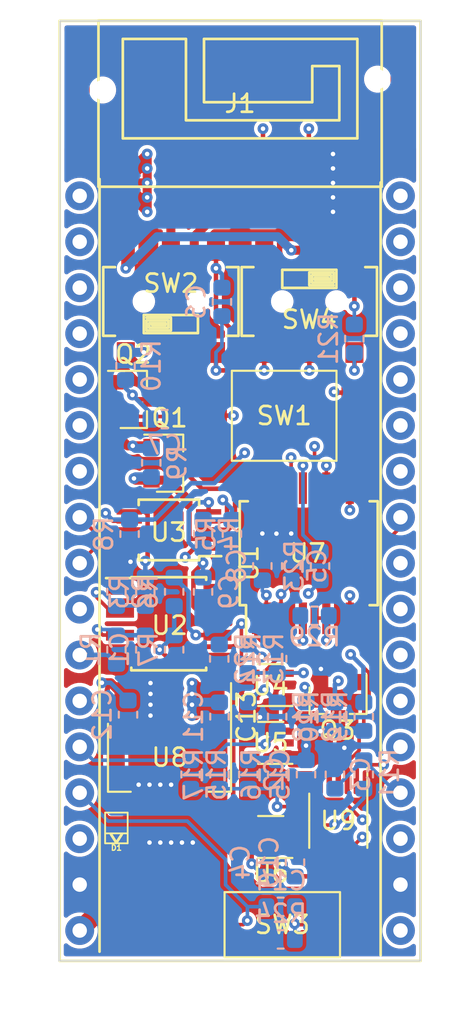
<source format=kicad_pcb>
(kicad_pcb (version 20171130) (host pcbnew "(5.1.5)-3")
  (title_block (title "IoT - Wireless Adapter - Analog IO") (date 2020-06-27) (company "RWTH - ACS") (comment 1 "Author: Carlo Guarnieri Calò Carducci") (comment 2 "email: cguarnieri@eonerc.rwth-aachen.de"))
  (layers (0 F.Cu signal) (1 In1.Cu signal) (2 In2.Cu signal) (31 B.Cu signal) (34 B.Paste user) (35 F.Paste user) (36 B.SilkS user) (37 F.SilkS user) (38 B.Mask user) (39 F.Mask user) (44 Edge.Cuts user))
  (net 0 "")
  (net 1 "Net-(C1-Pad1)")
  (net 2 GND)
  (net 3 /AI/Vcal)
  (net 4 GNDA)
  (net 5 /ADC_AI)
  (net 6 +3V3)
  (net 7 /RTDIN-)
  (net 8 /RTDIN+)
  (net 9 "Net-(C7-Pad1)")
  (net 10 +24V)
  (net 11 "Net-(C12-Pad1)")
  (net 12 +5V)
  (net 13 "Net-(Q1-Pad1)")
  (net 14 "Net-(Q1-Pad2)")
  (net 15 "Net-(Q1-Pad3)")
  (net 16 "Net-(Q3-Pad1)")
  (net 17 /XTR111_PWM)
  (net 18 "Net-(R2-Pad1)")
  (net 19 "Net-(R3-Pad1)")
  (net 20 "Net-(R4-Pad2)")
  (net 21 /AI/AOCAL)
  (net 22 "Net-(R8-Pad1)")
  (net 23 /AO)
  (net 24 "Net-(R11-Pad1)")
  (net 25 "Net-(R13-Pad1)")
  (net 26 /OFFSET_DAC)
  (net 27 /CAL_GPIO)
  (net 28 "Net-(R17-Pad1)")
  (net 29 "Net-(R19-Pad1)")
  (net 30 "Net-(R20-Pad1)")
  (net 31 "Net-(R21-Pad2)")
  (net 32 "Net-(R21-Pad1)")
  (net 33 /SCK_SENSOR)
  (net 34 /MOSI_SENSOR)
  (net 35 /MISO_SENSOR)
  (net 36 /CS_SENSOR)
  (net 37 /DRDY_SENSOR)
  (net 38 "Net-(R29-Pad1)")
  (net 39 "Net-(R29-Pad2)")
  (net 40 /IFORCE-)
  (net 41 /IFORCE+)
  (net 42 /AI)
  (net 43 "Net-(U1-Pad8)")
  (net 44 "Net-(U1-Pad9)")
  (net 45 "Net-(U1-Pad18)")
  (net 46 "Net-(U1-Pad19)")
  (net 47 "Net-(U1-Pad22)")
  (net 48 "Net-(U1-Pad23)")
  (net 49 "Net-(U1-Pad24)")
  (net 50 /XTR111_EF)
  (net 51 /XTR111_OD)
  (net 52 /MUX_EN)
  (net 53 /MUX_A0)
  (net 54 /MUX_A1)
  (net 55 "Net-(U6-Pad1)")
  (net 56 "Net-(U7-Pad20)")
  (net 57 "Net-(C14-Pad2)")
  (net 58 "Net-(C14-Pad1)")
  (net 59 "Net-(U1-Pad27)")
  (net 60 /AO/VREGF)
  (net 61 "Net-(J1-Pad4)")
  (net 62 "Net-(J1-Pad5)")
  (net 63 "Net-(U1-Pad29)")
  (net 64 "Net-(U1-Pad20)")
  (net 65 /EN)
  (net 66 "Net-(U1-Pad7)")
  (net 67 "Net-(U1-Pad6)")
  (net 68 "Net-(U1-Pad5)")
  (module Package_SO:SSOP-20_5.3x7.2mm_P0.65mm (layer F.Cu) (at 185.16092 88.60282 90)
    (fp_text reference U7 (at 0 -0.06092) (layer F.SilkS))
    (fp_text value MAX31865)
    (pad 20 smd rect (at 3.6 -2.925 90) (size 1.75 0.45) (layers F.Cu F.Paste F.Mask) (net 56 "Net-(U7-Pad20)"))
    (pad 19 smd rect (at 3.6 -2.275 90) (size 1.75 0.45) (layers F.Cu F.Paste F.Mask) (net 2 GND))
    (pad 18 smd rect (at 3.6 -1.625 90) (size 1.75 0.45) (layers F.Cu F.Paste F.Mask) (net 2 GND))
    (pad 17 smd rect (at 3.6 -0.975 90) (size 1.75 0.45) (layers F.Cu F.Paste F.Mask) (net 35 /MISO_SENSOR))
    (pad 16 smd rect (at 3.6 -0.325 90) (size 1.75 0.45) (layers F.Cu F.Paste F.Mask) (net 36 /CS_SENSOR))
    (pad 15 smd rect (at 3.6 0.325 90) (size 1.75 0.45) (layers F.Cu F.Paste F.Mask) (net 33 /SCK_SENSOR))
    (pad 14 smd rect (at 3.6 0.975 90) (size 1.75 0.45) (layers F.Cu F.Paste F.Mask) (net 34 /MOSI_SENSOR))
    (pad 13 smd rect (at 3.6 1.625 90) (size 1.75 0.45) (layers F.Cu F.Paste F.Mask) (net 2 GND))
    (pad 12 smd rect (at 3.6 2.275 90) (size 1.75 0.45) (layers F.Cu F.Paste F.Mask) (net 40 /IFORCE-))
    (pad 11 smd rect (at 3.6 2.925 90) (size 1.75 0.45) (layers F.Cu F.Paste F.Mask) (net 7 /RTDIN-))
    (pad 10 smd rect (at -3.6 2.925 90) (size 1.75 0.45) (layers F.Cu F.Paste F.Mask) (net 8 /RTDIN+))
    (pad 9 smd rect (at -3.6 2.275 90) (size 1.75 0.45) (layers F.Cu F.Paste F.Mask) (net 41 /IFORCE+))
    (pad 8 smd rect (at -3.6 1.625 90) (size 1.75 0.45) (layers F.Cu F.Paste F.Mask) (net 41 /IFORCE+))
    (pad 7 smd rect (at -3.6 0.975 90) (size 1.75 0.45) (layers F.Cu F.Paste F.Mask) (net 39 "Net-(R29-Pad2)"))
    (pad 6 smd rect (at -3.6 0.325 90) (size 1.75 0.45) (layers F.Cu F.Paste F.Mask) (net 39 "Net-(R29-Pad2)"))
    (pad 5 smd rect (at -3.6 -0.325 90) (size 1.75 0.45) (layers F.Cu F.Paste F.Mask) (net 38 "Net-(R29-Pad1)"))
    (pad 4 smd rect (at -3.6 -0.975 90) (size 1.75 0.45) (layers F.Cu F.Paste F.Mask) (net 38 "Net-(R29-Pad1)"))
    (pad 3 smd rect (at -3.6 -1.625 90) (size 1.75 0.45) (layers F.Cu F.Paste F.Mask) (net 6 +3V3))
    (pad 2 smd rect (at -3.6 -2.275 90) (size 1.75 0.45) (layers F.Cu F.Paste F.Mask) (net 6 +3V3))
    (pad 1 smd rect (at -3.6 -2.925 90) (size 1.75 0.45) (layers F.Cu F.Paste F.Mask) (net 37 /DRDY_SENSOR))
  )
  (module Footprint:MSOP-10_3x3mm_P0.5mm_ThermalPAD (layer F.Cu) (at 177.41138 87.31504 180)
    (fp_text reference U3 (at 0.01138 -0.13496) (layer F.SilkS))
    (fp_text value XTR111AIDGQR)
    (pad 10 smd rect (at 0 0 180) (size 1.57 1.88) (layers F.Cu F.Paste F.Mask) (net 2 GND))
    (pad 1 smd rect (at -2.2 -1 180) (size 1.4 0.3) (layers F.Cu F.Paste F.Mask) (net 10 +24V))
    (pad 2 smd rect (at -2.2 -0.5 180) (size 1.4 0.3) (layers F.Cu F.Paste F.Mask) (net 14 "Net-(Q1-Pad2)"))
    (pad 3 smd rect (at -2.2 0 180) (size 1.4 0.3) (layers F.Cu F.Paste F.Mask) (net 15 "Net-(Q1-Pad3)"))
    (pad 4 smd rect (at -2.2 0.5 180) (size 1.4 0.3) (layers F.Cu F.Paste F.Mask) (net 20 "Net-(R4-Pad2)"))
    (pad 5 smd rect (at -2.2 1 180) (size 1.4 0.3) (layers F.Cu F.Paste F.Mask) (net 60 /AO/VREGF))
    (pad 6 smd rect (at 2.2 1 180) (size 1.4 0.3) (layers F.Cu F.Paste F.Mask) (net 19 "Net-(R3-Pad1)"))
    (pad 7 smd rect (at 2.2 0.5 180) (size 1.4 0.3) (layers F.Cu F.Paste F.Mask) (net 22 "Net-(R8-Pad1)"))
    (pad 8 smd rect (at 2.2 0 180) (size 1.4 0.3) (layers F.Cu F.Paste F.Mask) (net 50 /XTR111_EF))
    (pad 9 smd rect (at 2.2 -0.5 180) (size 1.4 0.3) (layers F.Cu F.Paste F.Mask) (net 51 /XTR111_OD))
    (pad 10 smd rect (at 2.2 -1 180) (size 1.4 0.3) (layers F.Cu F.Paste F.Mask) (net 2 GND))
  )
  (module Footprint:ESP32v4 (layer F.Cu) (at 181.356 89.154 90)
    (fp_text reference U1 (at 0 0.5 90) (layer F.SilkS))
    (fp_text value ESP-32-PICO-KIT-V4)
    (pad 34 thru_hole circle (at -20.32 -8.89 90) (size 1.6 1.6) (drill 0.8) (layers *.Cu *.Mask) (net 12 +5V))
    (pad 33 thru_hole circle (at -17.78 -8.89 90) (size 1.6 1.6) (drill 0.8) (layers *.Cu *.Mask) (net 2 GND))
    (pad 32 thru_hole circle (at -15.24 -8.89 90) (size 1.6 1.6) (drill 0.8) (layers *.Cu *.Mask) (net 6 +3V3))
    (pad 31 thru_hole circle (at -12.7 -8.89 90) (size 1.6 1.6) (drill 0.8) (layers *.Cu *.Mask) (net 57 "Net-(C14-Pad2)"))
    (pad 30 thru_hole circle (at -10.16 -8.89 90) (size 1.6 1.6) (drill 0.8) (layers *.Cu *.Mask) (net 27 /CAL_GPIO))
    (pad 29 thru_hole circle (at -7.62 -8.89 90) (size 1.6 1.6) (drill 0.8) (layers *.Cu *.Mask) (net 63 "Net-(U1-Pad29)"))
    (pad 28 thru_hole circle (at -5.08 -8.89 90) (size 1.6 1.6) (drill 0.8) (layers *.Cu *.Mask) (net 17 /XTR111_PWM))
    (pad 27 thru_hole circle (at -2.54 -8.89 90) (size 1.6 1.6) (drill 0.8) (layers *.Cu *.Mask) (net 59 "Net-(U1-Pad27)"))
    (pad 26 thru_hole circle (at 0 -8.89 90) (size 1.6 1.6) (drill 0.8) (layers *.Cu *.Mask) (net 51 /XTR111_OD))
    (pad 25 thru_hole circle (at 2.54 -8.89 90) (size 1.6 1.6) (drill 0.8) (layers *.Cu *.Mask) (net 50 /XTR111_EF))
    (pad 24 thru_hole circle (at 5.08 -8.89 90) (size 1.6 1.6) (drill 0.8) (layers *.Cu *.Mask) (net 49 "Net-(U1-Pad24)"))
    (pad 23 thru_hole circle (at 7.62 -8.89 90) (size 1.6 1.6) (drill 0.8) (layers *.Cu *.Mask) (net 48 "Net-(U1-Pad23)"))
    (pad 22 thru_hole circle (at 10.16 -8.89 90) (size 1.6 1.6) (drill 0.8) (layers *.Cu *.Mask) (net 47 "Net-(U1-Pad22)"))
    (pad 21 thru_hole circle (at 12.7 -8.89 90) (size 1.6 1.6) (drill 0.8) (layers *.Cu *.Mask) (net 26 /OFFSET_DAC))
    (pad 20 thru_hole circle (at 15.24 -8.89 90) (size 1.6 1.6) (drill 0.8) (layers *.Cu *.Mask) (net 64 "Net-(U1-Pad20)"))
    (pad 19 thru_hole circle (at 17.78 -8.89 90) (size 1.6 1.6) (drill 0.8) (layers *.Cu *.Mask) (net 46 "Net-(U1-Pad19)"))
    (pad 18 thru_hole circle (at 20.32 -8.89 90) (size 1.6 1.6) (drill 0.8) (layers *.Cu *.Mask) (net 45 "Net-(U1-Pad18)"))
    (pad 17 thru_hole circle (at 20.32 8.89 90) (size 1.6 1.6) (drill 0.8) (layers *.Cu *.Mask) (net 54 /MUX_A1))
    (pad 16 thru_hole circle (at 17.78 8.89 90) (size 1.6 1.6) (drill 0.8) (layers *.Cu *.Mask) (net 52 /MUX_EN))
    (pad 15 thru_hole circle (at 15.24 8.89 90) (size 1.6 1.6) (drill 0.8) (layers *.Cu *.Mask) (net 35 /MISO_SENSOR))
    (pad 14 thru_hole circle (at 12.7 8.89 90) (size 1.6 1.6) (drill 0.8) (layers *.Cu *.Mask) (net 34 /MOSI_SENSOR))
    (pad 13 thru_hole circle (at 10.16 8.89 90) (size 1.6 1.6) (drill 0.8) (layers *.Cu *.Mask) (net 33 /SCK_SENSOR))
    (pad 12 thru_hole circle (at 7.62 8.89 90) (size 1.6 1.6) (drill 0.8) (layers *.Cu *.Mask) (net 36 /CS_SENSOR))
    (pad 11 thru_hole circle (at 5.08 8.89 90) (size 1.6 1.6) (drill 0.8) (layers *.Cu *.Mask) (net 53 /MUX_A0))
    (pad 10 thru_hole circle (at 2.54 8.89 90) (size 1.6 1.6) (drill 0.8) (layers *.Cu *.Mask) (net 37 /DRDY_SENSOR))
    (pad 9 thru_hole circle (at 0 8.89 90) (size 1.6 1.6) (drill 0.8) (layers *.Cu *.Mask) (net 44 "Net-(U1-Pad9)"))
    (pad 8 thru_hole circle (at -2.54 8.89 90) (size 1.6 1.6) (drill 0.8) (layers *.Cu *.Mask) (net 43 "Net-(U1-Pad8)"))
    (pad 7 thru_hole circle (at -5.08 8.89 90) (size 1.6 1.6) (drill 0.8) (layers *.Cu *.Mask) (net 66 "Net-(U1-Pad7)"))
    (pad 6 thru_hole circle (at -7.62 8.89 90) (size 1.6 1.6) (drill 0.8) (layers *.Cu *.Mask) (net 67 "Net-(U1-Pad6)"))
    (pad 5 thru_hole circle (at -10.16 8.89 90) (size 1.6 1.6) (drill 0.8) (layers *.Cu *.Mask) (net 68 "Net-(U1-Pad5)"))
    (pad 4 thru_hole circle (at -12.7 8.89 90) (size 1.6 1.6) (drill 0.8) (layers *.Cu *.Mask) (net 5 /ADC_AI))
    (pad 3 thru_hole circle (at -15.24 8.89 90) (size 1.6 1.6) (drill 0.8) (layers *.Cu *.Mask) (net 65 /EN))
    (pad 2 thru_hole circle (at -17.78 8.89 90) (size 1.6 1.6) (drill 0.8) (layers *.Cu *.Mask) (net 2 GND))
    (pad 1 thru_hole circle (at -20.32 8.89 90) (size 1.6 1.6) (drill 0.8) (layers *.Cu *.Mask) (net 6 +3V3))
  )
  (module Resistor_SMD:R_0603_1608Metric (layer B.Cu) (at 185.78944 89.31148 270)
    (fp_text reference R23 (at 0 1.43 90) (layer B.SilkS) (effects (justify mirror)))
    (fp_text value 3.3k)
    (pad 2 smd roundrect (at 0.7875 0 270) (size 0.875 0.95) (layers B.Cu B.Paste B.Mask) (net 6 +3V3))
    (pad 1 smd roundrect (at -0.7875 0 270) (size 0.875 0.95) (layers B.Cu B.Paste B.Mask) (net 36 /CS_SENSOR))
  )
  (module Footprint:416131160803 (layer F.Cu) (at 183.8 81 270)
    (fp_text reference SW1 (at 0 0) (layer F.SilkS))
    (fp_text value SW_3PST)
    (pad 3 connect rect (at 0 3.81 270) (size 0.76 1.27) (layers F.Cu F.Mask) (net 41 /IFORCE+))
    (pad 5 connect rect (at 1.27 3.81 270) (size 0.76 1.27) (layers F.Cu F.Mask) (net 40 /IFORCE-))
    (pad 6 connect rect (at 1.27 -3.81 270) (size 0.76 1.27) (layers F.Cu F.Mask) (net 7 /RTDIN-))
    (pad 4 connect rect (at 0 -3.81 270) (size 0.76 1.27) (layers F.Cu F.Mask) (net 8 /RTDIN+))
    (pad 2 connect rect (at -1.27 -3.81 270) (size 0.76 1.27) (layers F.Cu F.Mask) (net 22 "Net-(R8-Pad1)"))
    (pad 1 connect rect (at -1.27 3.81 270) (size 0.76 1.27) (layers F.Cu F.Mask) (net 23 /AO))
  )
  (module Package_TO_SOT_SMD:SOT-23 (layer F.Cu) (at 186.78652 96.73336 270)
    (fp_text reference Q3 (at 1.66664 0.03652) (layer F.SilkS))
    (fp_text value SI2302)
    (pad 1 smd rect (at -1 -0.95 270) (size 0.9 0.8) (layers F.Cu F.Paste F.Mask) (net 16 "Net-(Q3-Pad1)"))
    (pad 2 smd rect (at -1 0.95 270) (size 0.9 0.8) (layers F.Cu F.Paste F.Mask) (net 2 GND))
    (pad 3 smd rect (at 1 0 270) (size 0.9 0.8) (layers F.Cu F.Paste F.Mask) (net 4 GNDA))
  )
  (module Package_TO_SOT_SMD:SOT-353_SC-70-5 (layer F.Cu) (at 183.05522 99.0954 180)
    (fp_text reference U5 (at 0.00522 -0.0046 180) (layer F.SilkS))
    (fp_text value LM4040DCK-2.0)
    (pad 1 smd rect (at -0.95 -0.65 180) (size 0.65 0.4) (layers F.Cu F.Paste F.Mask) (net 4 GNDA))
    (pad 3 smd rect (at -0.95 0.65 180) (size 0.65 0.4) (layers F.Cu F.Paste F.Mask) (net 28 "Net-(R17-Pad1)"))
    (pad 2 smd rect (at -0.95 0 180) (size 0.65 0.4) (layers F.Cu F.Paste F.Mask))
    (pad 4 smd rect (at 0.95 0.65 180) (size 0.65 0.4) (layers F.Cu F.Paste F.Mask))
    (pad 5 smd rect (at 0.95 -0.65 180) (size 0.65 0.4) (layers F.Cu F.Paste F.Mask))
  )
  (module Resistor_SMD:R_0603_1608Metric (layer B.Cu) (at 183.41146 97.64268 90)
    (fp_text reference R18 (at 0 1.43 90) (layer B.SilkS) (effects (justify mirror)))
    (fp_text value 470)
    (pad 2 smd roundrect (at 0.7875 0 90) (size 0.875 0.95) (layers B.Cu B.Paste B.Mask) (net 6 +3V3))
    (pad 1 smd roundrect (at -0.7875 0 90) (size 0.875 0.95) (layers B.Cu B.Paste B.Mask) (net 28 "Net-(R17-Pad1)"))
  )
  (module Capacitor_SMD:C_0603_1608Metric (layer B.Cu) (at 186.61146 100.84268 90)
    (fp_text reference C3 (at 0 1.43 270) (layer B.SilkS) (effects (justify mirror)))
    (fp_text value 1u)
    (pad 2 smd roundrect (at 0.7875 0 90) (size 0.875 0.95) (layers B.Cu B.Paste B.Mask) (net 2 GND))
    (pad 1 smd roundrect (at -0.7875 0 90) (size 0.875 0.95) (layers B.Cu B.Paste B.Mask) (net 5 /ADC_AI))
  )
  (module Resistor_SMD:R_0603_1608Metric (layer B.Cu) (at 185.4835 92.0625)
    (fp_text reference R29 (at 0 1.17 -180) (layer B.SilkS) (effects (justify mirror)))
    (fp_text value "402 0.1%")
    (pad 2 smd roundrect (at 0.7875 0) (size 0.875 0.95) (layers B.Cu B.Paste B.Mask) (net 39 "Net-(R29-Pad2)"))
    (pad 1 smd roundrect (at -0.7875 0) (size 0.875 0.95) (layers B.Cu B.Paste B.Mask) (net 38 "Net-(R29-Pad1)"))
  )
  (module Resistor_SMD:R_0603_1608Metric (layer B.Cu) (at 181.8 94.44268 90)
    (fp_text reference R13 (at 0 1.43 90) (layer B.SilkS) (effects (justify mirror)))
    (fp_text value 33k)
    (pad 2 smd roundrect (at 0.7875 0 90) (size 0.875 0.95) (layers B.Cu B.Paste B.Mask) (net 26 /OFFSET_DAC))
    (pad 1 smd roundrect (at -0.7875 0 90) (size 0.875 0.95) (layers B.Cu B.Paste B.Mask) (net 25 "Net-(R13-Pad1)"))
  )
  (module Resistor_SMD:R_0603_1608Metric (layer B.Cu) (at 180.21146 100.84268 270)
    (fp_text reference R17 (at 0 1.43 270) (layer B.SilkS) (effects (justify mirror)))
    (fp_text value "2.2k 0.1%")
    (pad 2 smd roundrect (at 0.7875 0 270) (size 0.875 0.95) (layers B.Cu B.Paste B.Mask) (net 3 /AI/Vcal))
    (pad 1 smd roundrect (at -0.7875 0 270) (size 0.875 0.95) (layers B.Cu B.Paste B.Mask) (net 28 "Net-(R17-Pad1)"))
  )
  (module Resistor_SMD:R_0603_1608Metric (layer B.Cu) (at 188.21146 97.64268 270)
    (fp_text reference R19 (at 0 1.43 90) (layer B.SilkS) (effects (justify mirror)))
    (fp_text value "3.32k 0.1%")
    (pad 2 smd roundrect (at 0.7875 0 270) (size 0.875 0.95) (layers B.Cu B.Paste B.Mask) (net 4 GNDA))
    (pad 1 smd roundrect (at -0.7875 0 270) (size 0.875 0.95) (layers B.Cu B.Paste B.Mask) (net 29 "Net-(R19-Pad1)"))
  )
  (module Resistor_SMD:R_0603_1608Metric (layer B.Cu) (at 186.61146 97.64268 270)
    (fp_text reference R20 (at 0 1.43 270) (layer B.SilkS) (effects (justify mirror)))
    (fp_text value "45.3 0.1%")
    (pad 2 smd roundrect (at 0.7875 0 270) (size 0.875 0.95) (layers B.Cu B.Paste B.Mask) (net 4 GNDA))
    (pad 1 smd roundrect (at -0.7875 0 270) (size 0.875 0.95) (layers B.Cu B.Paste B.Mask) (net 30 "Net-(R20-Pad1)"))
  )
  (module Resistor_SMD:R_0603_1608Metric (layer B.Cu) (at 185.01146 97.64268 90)
    (fp_text reference R12 (at 0 1.43 90) (layer B.SilkS) (effects (justify mirror)))
    (fp_text value 3.3k)
    (pad 2 smd roundrect (at 0.7875 0 90) (size 0.875 0.95) (layers B.Cu B.Paste B.Mask) (net 6 +3V3))
    (pad 1 smd roundrect (at -0.7875 0 90) (size 0.875 0.95) (layers B.Cu B.Paste B.Mask) (net 4 GNDA))
  )
  (module Resistor_SMD:R_0603_1608Metric (layer B.Cu) (at 187.68822 76.73838 270)
    (fp_text reference R21 (at 0 1.43 270) (layer B.SilkS) (effects (justify mirror)))
    (fp_text value "33k 0.1%")
    (pad 2 smd roundrect (at 0.7875 0 270) (size 0.875 0.95) (layers B.Cu B.Paste B.Mask) (net 31 "Net-(R21-Pad2)"))
    (pad 1 smd roundrect (at -0.7875 0 270) (size 0.875 0.95) (layers B.Cu B.Paste B.Mask) (net 32 "Net-(R21-Pad1)"))
  )
  (module Resistor_SMD:R_0603_1608Metric (layer B.Cu) (at 183.41146 100.84268 270)
    (fp_text reference R16 (at 0 1.43 270) (layer B.SilkS) (effects (justify mirror)))
    (fp_text value "1k 0.1%")
    (pad 2 smd roundrect (at 0.7875 0 270) (size 0.875 0.95) (layers B.Cu B.Paste B.Mask) (net 3 /AI/Vcal))
    (pad 1 smd roundrect (at -0.7875 0 270) (size 0.875 0.95) (layers B.Cu B.Paste B.Mask) (net 4 GNDA))
  )
  (module Resistor_SMD:R_0603_1608Metric (layer B.Cu) (at 183.41146 94.44268 270)
    (fp_text reference R14 (at 0 1.43 270) (layer B.SilkS) (effects (justify mirror)))
    (fp_text value 1k)
    (pad 2 smd roundrect (at 0.7875 0 270) (size 0.875 0.95) (layers B.Cu B.Paste B.Mask) (net 25 "Net-(R13-Pad1)"))
    (pad 1 smd roundrect (at -0.7875 0 270) (size 0.875 0.95) (layers B.Cu B.Paste B.Mask) (net 2 GND))
  )
  (module Resistor_SMD:R_0603_1608Metric (layer B.Cu) (at 175.23206 87.5411 270)
    (fp_text reference R8 (at 0 1.43 270) (layer B.SilkS) (effects (justify mirror)))
    (fp_text value "4990  0.1%")
    (pad 2 smd roundrect (at 0.7875 0 270) (size 0.875 0.95) (layers B.Cu B.Paste B.Mask) (net 2 GND))
    (pad 1 smd roundrect (at -0.7875 0 270) (size 0.875 0.95) (layers B.Cu B.Paste B.Mask) (net 22 "Net-(R8-Pad1)"))
  )
  (module Resistor_SMD:R_0603_1608Metric (layer B.Cu) (at 188.21146 100.84268 90)
    (fp_text reference R11 (at 0 1.43 90) (layer B.SilkS) (effects (justify mirror)))
    (fp_text value 10k)
    (pad 2 smd roundrect (at 0.7875 0 90) (size 0.875 0.95) (layers B.Cu B.Paste B.Mask) (net 5 /ADC_AI))
    (pad 1 smd roundrect (at -0.7875 0 90) (size 0.875 0.95) (layers B.Cu B.Paste B.Mask) (net 24 "Net-(R11-Pad1)"))
  )
  (module Resistor_SMD:R_0603_1608Metric (layer B.Cu) (at 174.50308 90.73682 90)
    (fp_text reference R2 (at 0 1.43 -90) (layer B.SilkS) (effects (justify mirror)))
    (fp_text value "4.64k 0.1%")
    (pad 2 smd roundrect (at 0.7875 0 90) (size 0.875 0.95) (layers B.Cu B.Paste B.Mask) (net 2 GND))
    (pad 1 smd roundrect (at -0.7875 0 90) (size 0.875 0.95) (layers B.Cu B.Paste B.Mask) (net 18 "Net-(R2-Pad1)"))
  )
  (module Resistor_SMD:R_0603_1608Metric (layer B.Cu) (at 176.10308 90.73682 270)
    (fp_text reference R3 (at 0 1.43 90) (layer B.SilkS) (effects (justify mirror)))
    (fp_text value "10k 0.1%")
    (pad 2 smd roundrect (at 0.7875 0 270) (size 0.875 0.95) (layers B.Cu B.Paste B.Mask) (net 18 "Net-(R2-Pad1)"))
    (pad 1 smd roundrect (at -0.7875 0 270) (size 0.875 0.95) (layers B.Cu B.Paste B.Mask) (net 19 "Net-(R3-Pad1)"))
  )
  (module Resistor_SMD:R_0603_1608Metric (layer B.Cu) (at 177.70308 93.93682 270)
    (fp_text reference R7 (at 0 1.43 90) (layer B.SilkS) (effects (justify mirror)))
    (fp_text value "3.32k 0.1%")
    (pad 2 smd roundrect (at 0.7875 0 270) (size 0.875 0.95) (layers B.Cu B.Paste B.Mask) (net 2 GND))
    (pad 1 smd roundrect (at -0.7875 0 270) (size 0.875 0.95) (layers B.Cu B.Paste B.Mask) (net 21 /AI/AOCAL))
  )
  (module Resistor_SMD:R_0603_1608Metric (layer B.Cu) (at 177.70308 90.73682 270)
    (fp_text reference R6 (at 0 1.43 270) (layer B.SilkS) (effects (justify mirror)))
    (fp_text value "33k 0.1%")
    (pad 2 smd roundrect (at 0.7875 0 270) (size 0.875 0.95) (layers B.Cu B.Paste B.Mask) (net 21 /AI/AOCAL))
    (pad 1 smd roundrect (at -0.7875 0 270) (size 0.875 0.95) (layers B.Cu B.Paste B.Mask) (net 19 "Net-(R3-Pad1)"))
  )
  (module Resistor_SMD:R_0603_1608Metric (layer B.Cu) (at 176.43382 83.6 90)
    (fp_text reference R9 (at 0 1.43 -90) (layer B.SilkS) (effects (justify mirror)))
    (fp_text value 15)
    (pad 2 smd roundrect (at 0.7875 0 90) (size 0.875 0.95) (layers B.Cu B.Paste B.Mask) (net 13 "Net-(Q1-Pad1)"))
    (pad 1 smd roundrect (at -0.7875 0 90) (size 0.875 0.95) (layers B.Cu B.Paste B.Mask) (net 14 "Net-(Q1-Pad2)"))
  )
  (module Resistor_SMD:R_0603_1608Metric (layer B.Cu) (at 178.61146 100.84268 90)
    (fp_text reference R15 (at 0 1.43 90) (layer B.SilkS) (effects (justify mirror)))
    (fp_text value 619)
    (pad 2 smd roundrect (at 0.7875 0 90) (size 0.875 0.95) (layers B.Cu B.Paste B.Mask) (net 27 /CAL_GPIO))
    (pad 1 smd roundrect (at -0.7875 0 90) (size 0.875 0.95) (layers B.Cu B.Paste B.Mask) (net 3 /AI/Vcal))
  )
  (module Resistor_SMD:R_0603_1608Metric (layer B.Cu) (at 174.50308 93.93682 270)
    (fp_text reference R1 (at 0 1.43 270) (layer B.SilkS) (effects (justify mirror)))
    (fp_text value 10k)
    (pad 2 smd roundrect (at 0.7875 0 270) (size 0.875 0.95) (layers B.Cu B.Paste B.Mask) (net 17 /XTR111_PWM))
    (pad 1 smd roundrect (at -0.7875 0 270) (size 0.875 0.95) (layers B.Cu B.Paste B.Mask) (net 1 "Net-(C1-Pad1)"))
  )
  (module Resistor_SMD:R_0603_1608Metric (layer B.Cu) (at 179.30308 87.53682 90)
    (fp_text reference R4 (at 0 1.43 270) (layer B.SilkS) (effects (justify mirror)))
    (fp_text value "22k ")
    (pad 2 smd roundrect (at 0.7875 0 90) (size 0.875 0.95) (layers B.Cu B.Paste B.Mask) (net 20 "Net-(R4-Pad2)"))
    (pad 1 smd roundrect (at -0.7875 0 90) (size 0.875 0.95) (layers B.Cu B.Paste B.Mask) (net 60 /AO/VREGF))
  )
  (module Resistor_SMD:R_0603_1608Metric (layer B.Cu) (at 175.006 78.232 90)
    (fp_text reference R10 (at 0 1.43 90) (layer B.SilkS) (effects (justify mirror)))
    (fp_text value 15)
    (pad 2 smd roundrect (at 0.7875 0 90) (size 0.875 0.95) (layers B.Cu B.Paste B.Mask) (net 23 /AO))
    (pad 1 smd roundrect (at -0.7875 0 90) (size 0.875 0.95) (layers B.Cu B.Paste B.Mask) (net 9 "Net-(C7-Pad1)"))
  )
  (module Resistor_SMD:R_0603_1608Metric (layer B.Cu) (at 180.90308 87.53682 270)
    (fp_text reference R5 (at 0 1.43 90) (layer B.SilkS) (effects (justify mirror)))
    (fp_text value 8.2k)
    (pad 2 smd roundrect (at 0.7875 0 270) (size 0.875 0.95) (layers B.Cu B.Paste B.Mask) (net 2 GND))
    (pad 1 smd roundrect (at -0.7875 0 270) (size 0.875 0.95) (layers B.Cu B.Paste B.Mask) (net 20 "Net-(R4-Pad2)"))
  )
  (module Resistor_SMD:R_0603_1608Metric (layer B.Cu) (at 183.6039 109.96422 180)
    (fp_text reference R24 (at 0 1.43 180) (layer B.SilkS) (effects (justify mirror)))
    (fp_text value 10k)
    (pad 2 smd roundrect (at 0.7875 0 180) (size 0.875 0.95) (layers B.Cu B.Paste B.Mask) (net 2 GND))
    (pad 1 smd roundrect (at -0.7875 0 180) (size 0.875 0.95) (layers B.Cu B.Paste B.Mask) (net 58 "Net-(C14-Pad1)"))
  )
  (module Resistor_SMD:R_0603_1608Metric (layer B.Cu) (at 183.6039 108.16422 180)
    (fp_text reference C14 (at 0 1.43 180) (layer B.SilkS) (effects (justify mirror)))
    (fp_text value 100n)
    (pad 2 smd roundrect (at 0.7875 0 180) (size 0.875 0.95) (layers B.Cu B.Paste B.Mask) (net 57 "Net-(C14-Pad2)"))
    (pad 1 smd roundrect (at -0.7875 0 180) (size 0.875 0.95) (layers B.Cu B.Paste B.Mask) (net 58 "Net-(C14-Pad1)"))
  )
  (module Footprint:XW4L-06A1-H1 (layer F.Cu) (at 181.356 63.7286)
    (fp_text reference J1 (at 0 0) (layer F.SilkS))
    (fp_text value Conn_01x06)
    (pad 5 smd rect (at -3.81 4.4) (size 1.3 4.7) (layers F.Cu F.Paste F.Mask) (net 62 "Net-(J1-Pad5)"))
    (pad 4 smd rect (at -1.27 4.4) (size 1.3 4.7) (layers F.Cu F.Paste F.Mask) (net 61 "Net-(J1-Pad4)"))
    (pad 3 smd rect (at 1.27 4.4) (size 1.3 4.7) (layers F.Cu F.Paste F.Mask) (net 41 /IFORCE+))
    (pad 2 smd rect (at 3.81 4.4) (size 1.3 4.7) (layers F.Cu F.Paste F.Mask) (net 40 /IFORCE-))
    (pad "" smd rect (at -8.89 -0.75) (size 1.1 6) (layers F.Cu F.Paste F.Mask))
    (pad "" smd rect (at 8.89 -0.75) (size 1.1 6) (layers F.Cu F.Paste F.Mask))
    (pad "" np_thru_hole circle (at -7.62 -0.75) (size 1.1 1.1) (drill 1.1) (layers *.Cu *.Mask))
    (pad "" np_thru_hole circle (at 7.62 -1.35) (size 1.1 1.1) (drill 1.1) (layers *.Cu *.Mask))
    (pad 6 smd rect (at -6.35 4.4) (size 1.3 4.7) (layers F.Cu F.Paste F.Mask) (net 10 +24V))
    (pad 1 smd rect (at 6.35 4.4) (size 1.3 4.7) (layers F.Cu F.Paste F.Mask) (net 2 GND))
  )
  (module Footprint:AYZ0202AGRL (layer F.Cu) (at 185.19394 74.676 180)
    (fp_text reference SW4 (at 0 -1 180) (layer F.SilkS))
    (fp_text value SW_DPDT_x2)
    (pad "" np_thru_hole circle (at 1.5 0 180) (size 0.85 0.85) (drill 0.85) (layers *.Cu *.Mask))
    (pad 1 smd rect (at -2.5 -2.825 180) (size 1 1.15) (layers F.Cu F.Paste F.Mask) (net 31 "Net-(R21-Pad2)"))
    (pad 2 smd rect (at 0 -2.825 180) (size 1 1.15) (layers F.Cu F.Paste F.Mask) (net 29 "Net-(R19-Pad1)"))
    (pad 3 smd rect (at 2.5 -2.825 180) (size 1 1.15) (layers F.Cu F.Paste F.Mask) (net 30 "Net-(R20-Pad1)"))
    (pad 4 smd rect (at -2.5 2.825 180) (size 1 1.15) (layers F.Cu F.Paste F.Mask) (net 32 "Net-(R21-Pad1)"))
    (pad 5 smd rect (at 0 2.825 180) (size 1 1.15) (layers F.Cu F.Paste F.Mask) (net 42 /AI))
    (pad 6 smd rect (at 2.5 2.825 180) (size 1 1.15) (layers F.Cu F.Paste F.Mask) (net 30 "Net-(R20-Pad1)"))
    (pad "" np_thru_hole circle (at -1.5 0 180) (size 0.85 0.85) (drill 0.85) (layers *.Cu *.Mask))
  )
  (module Package_TO_SOT_SMD:SOT-353_SC-70-5 (layer F.Cu) (at 183.05522 95.8954 180)
    (fp_text reference U4 (at 0.00522 -0.0546 180) (layer F.SilkS))
    (fp_text value TLV333IDCKR)
    (pad 5 smd rect (at 0.95 -0.65 180) (size 0.65 0.4) (layers F.Cu F.Paste F.Mask) (net 6 +3V3))
    (pad 4 smd rect (at 0.95 0.65 180) (size 0.65 0.4) (layers F.Cu F.Paste F.Mask) (net 16 "Net-(Q3-Pad1)"))
    (pad 2 smd rect (at -0.95 0 180) (size 0.65 0.4) (layers F.Cu F.Paste F.Mask) (net 2 GND))
    (pad 3 smd rect (at -0.95 0.65 180) (size 0.65 0.4) (layers F.Cu F.Paste F.Mask) (net 25 "Net-(R13-Pad1)"))
    (pad 1 smd rect (at -0.95 -0.65 180) (size 0.65 0.4) (layers F.Cu F.Paste F.Mask) (net 4 GNDA))
  )
  (module Package_SO:SOIC-8_3.9x4.9mm_P1.27mm (layer F.Cu) (at 177.40122 92.50426)
    (fp_text reference U2 (at 0.04878 0.09574 180) (layer F.SilkS))
    (fp_text value TLV07IDR)
    (pad 8 smd rect (at 2.7 -1.905) (size 1.55 0.6) (layers F.Cu F.Paste F.Mask))
    (pad 7 smd rect (at 2.7 -0.635) (size 1.55 0.6) (layers F.Cu F.Paste F.Mask) (net 60 /AO/VREGF))
    (pad 6 smd rect (at 2.7 0.635) (size 1.55 0.6) (layers F.Cu F.Paste F.Mask) (net 19 "Net-(R3-Pad1)"))
    (pad 5 smd rect (at 2.7 1.905) (size 1.55 0.6) (layers F.Cu F.Paste F.Mask))
    (pad 4 smd rect (at -2.7 1.905) (size 1.55 0.6) (layers F.Cu F.Paste F.Mask) (net 2 GND))
    (pad 3 smd rect (at -2.7 0.635) (size 1.55 0.6) (layers F.Cu F.Paste F.Mask) (net 1 "Net-(C1-Pad1)"))
    (pad 2 smd rect (at -2.7 -0.635) (size 1.55 0.6) (layers F.Cu F.Paste F.Mask) (net 18 "Net-(R2-Pad1)"))
    (pad 1 smd rect (at -2.7 -1.905) (size 1.55 0.6) (layers F.Cu F.Paste F.Mask))
  )
  (module Capacitor_SMD:C_0603_1608Metric (layer B.Cu) (at 175.1444 97.536 270)
    (fp_text reference C12 (at 0 1.43 270) (layer B.SilkS) (effects (justify mirror)))
    (fp_text value 100n)
    (pad 2 smd roundrect (at 0.7875 0 270) (size 0.875 0.95) (layers B.Cu B.Paste B.Mask) (net 2 GND))
    (pad 1 smd roundrect (at -0.7875 0 270) (size 0.875 0.95) (layers B.Cu B.Paste B.Mask) (net 11 "Net-(C12-Pad1)"))
  )
  (module Capacitor_SMD:C_0603_1608Metric (layer B.Cu) (at 181.81146 97.64268 90)
    (fp_text reference C13 (at 0 -0.11146 90) (layer F.SilkS))
    (fp_text value 100n)
    (pad 1 smd roundrect (at -0.7875 0 90) (size 0.875 0.95) (layers B.Cu B.Paste B.Mask) (net 2 GND))
    (pad 2 smd roundrect (at 0.7875 0 90) (size 0.875 0.95) (layers B.Cu B.Paste B.Mask) (net 6 +3V3))
  )
  (module Capacitor_SMD:C_0603_1608Metric (layer B.Cu) (at 180.21146 97.64268 270)
    (fp_text reference C11 (at 0 1.43 270) (layer B.SilkS) (effects (justify mirror)))
    (fp_text value 220n)
    (pad 1 smd roundrect (at -0.7875 0 270) (size 0.875 0.95) (layers B.Cu B.Paste B.Mask) (net 10 +24V))
    (pad 2 smd roundrect (at 0.7875 0 270) (size 0.875 0.95) (layers B.Cu B.Paste B.Mask) (net 2 GND))
  )
  (module Capacitor_SMD:C_0603_1608Metric (layer B.Cu) (at 184.4 105.7 270)
    (fp_text reference C10 (at 0 1.43 270) (layer B.SilkS) (effects (justify mirror)))
    (fp_text value 100n)
    (pad 1 smd roundrect (at -0.7875 0 270) (size 0.875 0.95) (layers B.Cu B.Paste B.Mask) (net 2 GND))
    (pad 2 smd roundrect (at 0.7875 0 270) (size 0.875 0.95) (layers B.Cu B.Paste B.Mask) (net 6 +3V3))
  )
  (module Capacitor_SMD:C_0603_1608Metric (layer B.Cu) (at 182.58944 89.31148 270)
    (fp_text reference C8 (at 0 1.43 270) (layer B.SilkS) (effects (justify mirror)))
    (fp_text value 100n)
    (pad 2 smd roundrect (at 0.7875 0 270) (size 0.875 0.95) (layers B.Cu B.Paste B.Mask) (net 6 +3V3))
    (pad 1 smd roundrect (at -0.7875 0 270) (size 0.875 0.95) (layers B.Cu B.Paste B.Mask) (net 2 GND))
  )
  (module Capacitor_SMD:C_0603_1608Metric (layer B.Cu) (at 181.81146 100.84268 90)
    (fp_text reference C2 (at 0 1.43 90) (layer B.SilkS) (effects (justify mirror)))
    (fp_text value 100n)
    (pad 2 smd roundrect (at 0.7875 0 90) (size 0.875 0.95) (layers B.Cu B.Paste B.Mask) (net 4 GNDA))
    (pad 1 smd roundrect (at -0.7875 0 90) (size 0.875 0.95) (layers B.Cu B.Paste B.Mask) (net 3 /AI/Vcal))
  )
  (module Capacitor_SMD:C_0603_1608Metric (layer B.Cu) (at 176.10308 93.93682 270)
    (fp_text reference C1 (at 0 1.43 90) (layer B.SilkS) (effects (justify mirror)))
    (fp_text value 1u)
    (pad 2 smd roundrect (at 0.7875 0 270) (size 0.875 0.95) (layers B.Cu B.Paste B.Mask) (net 2 GND))
    (pad 1 smd roundrect (at -0.7875 0 270) (size 0.875 0.95) (layers B.Cu B.Paste B.Mask) (net 1 "Net-(C1-Pad1)"))
  )
  (module Capacitor_SMD:C_0603_1608Metric (layer B.Cu) (at 184.18944 89.31148 90)
    (fp_text reference C5 (at 0 1.43 90) (layer B.SilkS) (effects (justify mirror)))
    (fp_text value 100n)
    (pad 1 smd roundrect (at -0.7875 0 90) (size 0.875 0.95) (layers B.Cu B.Paste B.Mask) (net 6 +3V3))
    (pad 2 smd roundrect (at 0.7875 0 90) (size 0.875 0.95) (layers B.Cu B.Paste B.Mask) (net 2 GND))
  )
  (module Capacitor_SMD:C_0603_1608Metric (layer B.Cu) (at 177.17262 81.18544)
    (fp_text reference C7 (at 0 1.43 -180) (layer B.SilkS) (effects (justify mirror)))
    (fp_text value 10n)
    (pad 2 smd roundrect (at 0.7875 0) (size 0.875 0.95) (layers B.Cu B.Paste B.Mask) (net 2 GND))
    (pad 1 smd roundrect (at -0.7875 0) (size 0.875 0.95) (layers B.Cu B.Paste B.Mask) (net 9 "Net-(C7-Pad1)"))
  )
  (module Capacitor_SMD:C_0603_1608Metric (layer B.Cu) (at 180.35 74.7 270)
    (fp_text reference C6 (at 0 1.43 270) (layer B.SilkS) (effects (justify mirror)))
    (fp_text value 1u)
    (pad 1 smd roundrect (at -0.7875 0 270) (size 0.875 0.95) (layers B.Cu B.Paste B.Mask) (net 8 /RTDIN+))
    (pad 2 smd roundrect (at 0.7875 0 270) (size 0.875 0.95) (layers B.Cu B.Paste B.Mask) (net 7 /RTDIN-))
  )
  (module Capacitor_SMD:C_0603_1608Metric (layer B.Cu) (at 179.30308 90.73682 90)
    (fp_text reference C9 (at 0 1.43 90) (layer B.SilkS) (effects (justify mirror)))
    (fp_text value 100n)
    (pad 1 smd roundrect (at -0.7875 0 90) (size 0.875 0.95) (layers B.Cu B.Paste B.Mask) (net 2 GND))
    (pad 2 smd roundrect (at 0.7875 0 90) (size 0.875 0.95) (layers B.Cu B.Paste B.Mask) (net 60 /AO/VREGF))
  )
  (module Package_SO:VSSOP-10_3x3mm_P0.5mm (layer F.Cu) (at 186.79922 103.40086 270)
    (fp_text reference U9 (at 0 -0.00078 180) (layer F.SilkS))
    (fp_text value TMUX1204)
    (pad 1 smd roundrect (at -2.2 -1 270) (size 1.45 0.3) (layers F.Cu F.Paste F.Mask) (net 53 /MUX_A0))
    (pad 2 smd roundrect (at -2.2 -0.5 270) (size 1.45 0.3) (layers F.Cu F.Paste F.Mask) (net 29 "Net-(R19-Pad1)"))
    (pad 3 smd roundrect (at -2.2 0 270) (size 1.45 0.3) (layers F.Cu F.Paste F.Mask) (net 2 GND))
    (pad 4 smd roundrect (at -2.2 0.5 270) (size 1.45 0.3) (layers F.Cu F.Paste F.Mask) (net 4 GNDA))
    (pad 5 smd roundrect (at -2.2 1 270) (size 1.45 0.3) (layers F.Cu F.Paste F.Mask) (net 52 /MUX_EN))
    (pad 6 smd roundrect (at 2.2 1 270) (size 1.45 0.3) (layers F.Cu F.Paste F.Mask) (net 6 +3V3))
    (pad 7 smd roundrect (at 2.2 0.5 270) (size 1.45 0.3) (layers F.Cu F.Paste F.Mask) (net 21 /AI/AOCAL))
    (pad 8 smd roundrect (at 2.2 0 270) (size 1.45 0.3) (layers F.Cu F.Paste F.Mask) (net 55 "Net-(U6-Pad1)"))
    (pad 9 smd roundrect (at 2.2 -0.5 270) (size 1.45 0.3) (layers F.Cu F.Paste F.Mask) (net 3 /AI/Vcal))
    (pad 10 smd roundrect (at 2.2 -1 270) (size 1.45 0.3) (layers F.Cu F.Paste F.Mask) (net 54 /MUX_A1))
  )
  (module Package_TO_SOT_SMD:SOT-23 (layer F.Cu) (at 177.44474 83.62258)
    (fp_text reference Q1 (at 0 -2.5) (layer F.SilkS))
    (fp_text value MMBT5087LT3G)
    (pad 1 smd rect (at -1 -0.95) (size 0.9 0.8) (layers F.Cu F.Paste F.Mask) (net 13 "Net-(Q1-Pad1)"))
    (pad 2 smd rect (at -1 0.95) (size 0.9 0.8) (layers F.Cu F.Paste F.Mask) (net 14 "Net-(Q1-Pad2)"))
    (pad 3 smd rect (at 1.0193 0) (size 0.9 0.8) (layers F.Cu F.Paste F.Mask) (net 15 "Net-(Q1-Pad3)"))
  )
  (module Footprint:PTS636 (layer F.Cu) (at 183.69534 109.14888 180)
    (fp_text reference SW3 (at -0.00466 -0.00112) (layer F.SilkS))
    (fp_text value SW_Push)
    (pad 1 smd rect (at -4.1 0 180) (size 2 1.5) (layers F.Cu F.Paste F.Mask) (net 58 "Net-(C14-Pad1)"))
    (pad 2 smd rect (at 4.1 0 180) (size 2 1.5) (layers F.Cu F.Paste F.Mask) (net 57 "Net-(C14-Pad2)"))
  )
  (module Package_TO_SOT_SMD:SOT-353_SC-70-5 (layer F.Cu) (at 183.05522 104.3 180)
    (fp_text reference U6 (at 0 -2) (layer F.SilkS))
    (fp_text value TLV333IDCKR)
    (pad 1 smd rect (at -0.95 -0.65 180) (size 0.65 0.4) (layers F.Cu F.Paste F.Mask) (net 55 "Net-(U6-Pad1)"))
    (pad 3 smd rect (at -0.95 0.65 180) (size 0.65 0.4) (layers F.Cu F.Paste F.Mask) (net 24 "Net-(R11-Pad1)"))
    (pad 2 smd rect (at -0.95 0 180) (size 0.65 0.4) (layers F.Cu F.Paste F.Mask) (net 2 GND))
    (pad 4 smd rect (at 0.95 0.65 180) (size 0.65 0.4) (layers F.Cu F.Paste F.Mask) (net 24 "Net-(R11-Pad1)"))
    (pad 5 smd rect (at 0.95 -0.65 180) (size 0.65 0.4) (layers F.Cu F.Paste F.Mask) (net 6 +3V3))
  )
  (module Package_TO_SOT_SMD:SOT-223-3_TabPin2 (layer F.Cu) (at 177.4444 99.88804 270)
    (fp_text reference U8 (at 0.01196 -0.0056 180) (layer F.SilkS))
    (fp_text value LM340MP-5.0/NOPB)
    (pad 1 smd rect (at -3.15 -2.3 270) (size 2 1.5) (layers F.Cu F.Paste F.Mask) (net 10 +24V))
    (pad 3 smd rect (at -3.15 2.3 270) (size 2 1.5) (layers F.Cu F.Paste F.Mask) (net 11 "Net-(C12-Pad1)"))
    (pad 2 smd rect (at -3.15 0 270) (size 2 1.5) (layers F.Cu F.Paste F.Mask) (net 2 GND))
    (pad 2 smd rect (at 3.15 0 270) (size 2 3.8) (layers F.Cu F.Paste F.Mask) (net 2 GND))
  )
  (module Capacitor_SMD:C_0603_1608Metric (layer B.Cu) (at 182.8 105.7 270)
    (fp_text reference C4 (at 0 1.43 90) (layer B.SilkS) (effects (justify mirror)))
    (fp_text value 100n)
    (pad 2 smd roundrect (at 0.7875 0 270) (size 0.875 0.95) (layers B.Cu B.Paste B.Mask) (net 6 +3V3))
    (pad 1 smd roundrect (at -0.7875 0 270) (size 0.875 0.95) (layers B.Cu B.Paste B.Mask) (net 2 GND))
  )
  (module Footprint:AYZ0202AGRL (layer F.Cu) (at 177.5206 74.676)
    (fp_text reference SW2 (at 0 -1) (layer F.SilkS))
    (fp_text value SW_SPDT_x2)
    (pad "" np_thru_hole circle (at 1.5 0) (size 0.85 0.85) (drill 0.85) (layers *.Cu *.Mask))
    (pad 1 smd rect (at -2.5 -2.825) (size 1 1.15) (layers F.Cu F.Paste F.Mask) (net 42 /AI))
    (pad 2 smd rect (at 0 -2.825) (size 1 1.15) (layers F.Cu F.Paste F.Mask) (net 62 "Net-(J1-Pad5)"))
    (pad 3 smd rect (at 2.5 -2.825) (size 1 1.15) (layers F.Cu F.Paste F.Mask) (net 8 /RTDIN+))
    (pad 4 smd rect (at -2.5 2.825) (size 1 1.15) (layers F.Cu F.Paste F.Mask) (net 23 /AO))
    (pad 5 smd rect (at 0 2.825) (size 1 1.15) (layers F.Cu F.Paste F.Mask) (net 61 "Net-(J1-Pad4)"))
    (pad 6 smd rect (at 2.5 2.825) (size 1 1.15) (layers F.Cu F.Paste F.Mask) (net 7 /RTDIN-))
    (pad "" np_thru_hole circle (at -1.5 0) (size 0.85 0.85) (drill 0.85) (layers *.Cu *.Mask))
  )
  (module Capacitor_SMD:C_0603_1608Metric (layer B.Cu) (at 185.01146 100.84268 270)
    (fp_text reference C15 (at 0 1.43 90) (layer B.SilkS) (effects (justify mirror)))
    (fp_text value 2u)
    (pad 1 smd roundrect (at -0.7875 0 270) (size 0.875 0.95) (layers B.Cu B.Paste B.Mask) (net 4 GNDA))
    (pad 2 smd roundrect (at 0.7875 0 270) (size 0.875 0.95) (layers B.Cu B.Paste B.Mask) (net 2 GND))
  )
  (module Footprint:BAT60A (layer F.Cu) (at 174.5 103.8)
    (fp_text reference D1 (at 0 1.1) (layer F.SilkS) (effects (font (size 0.3 0.3) (thickness 0.075))))
    (fp_text value D_Schottky)
    (pad 1 smd rect (at 0 1.25) (size 0.6 0.8) (layers F.Cu F.Paste F.Mask) (net 12 +5V))
    (pad 2 smd rect (at 0 -1.25) (size 0.6 0.8) (layers F.Cu F.Paste F.Mask) (net 11 "Net-(C12-Pad1)"))
  )
  (module Package_TO_SOT_SMD:SOT-23 (layer F.Cu) (at 175.43526 80.09636)
    (fp_text reference Q2 (at 0 -2.5) (layer F.SilkS))
    (fp_text value ISS55EP06LMXTSA1)
    (pad 1 smd rect (at -1 -0.95) (size 0.9 0.8) (layers F.Cu F.Paste F.Mask) (net 15 "Net-(Q1-Pad3)"))
    (pad 2 smd rect (at -1 0.95) (size 0.9 0.8) (layers F.Cu F.Paste F.Mask) (net 13 "Net-(Q1-Pad1)"))
    (pad 3 smd rect (at 1 0) (size 0.9 0.8) (layers F.Cu F.Paste F.Mask) (net 9 "Net-(C7-Pad1)"))
  )
  (module Resistor_SMD:R_0603_1608Metric (layer B.Cu) (at 180.2 94.44268 90)
    (fp_text reference R22 (at 0 1.43 90) (layer B.SilkS) (effects (justify mirror)))
    (fp_text value 1k)
    (pad 1 smd roundrect (at -0.7875 0 90) (size 0.875 0.95) (layers B.Cu B.Paste B.Mask) (net 2 GND))
    (pad 2 smd roundrect (at 0.7875 0 90) (size 0.875 0.95) (layers B.Cu B.Paste B.Mask) (net 16 "Net-(Q3-Pad1)"))
  )
  (gr_line (start 191.3636 59.1566) (end 191.3472 111.15) (layer Edge.Cuts) (width 0.1))
  (gr_line (start 171.332 111.15) (end 171.3738 59.1566) (layer Edge.Cuts) (width 0.1))
  (gr_line (start 191.3472 111.15) (end 171.332 111.15) (layer Edge.Cuts) (width 0.1))
  (gr_line (start 189.146 68.09232) (end 189.146 110.83544) (layer F.SilkS) (width 0.15))
  (gr_line (start 171.3738 59.1566) (end 191.3636 59.1566) (layer Edge.Cuts) (width 0.1))
  (gr_line (start 173.566 67.90436) (end 173.566 110.6424) (layer F.SilkS) (width 0.15))
  (segment (start 176.09302 93.12926) (end 176.10308 93.13932) (width 0.2) (layer B.Cu) (net 1))
  (segment (start 174.70122 93.12926) (end 173.74766 93.12926) (width 0.2) (layer F.Cu) (net 1))
  (segment (start 173.74766 93.12926) (end 173.441 92.8226) (width 0.2) (layer F.Cu) (net 1))
  (segment (start 173.441 92.8226) (end 174.18636 92.8226) (width 0.2) (layer B.Cu) (net 1))
  (segment (start 174.71128 93.13932) (end 174.70122 93.12926) (width 0.25) (layer B.Cu) (net 1))
  (segment (start 174.18636 92.8226) (end 174.50308 93.13932) (width 0.2) (layer B.Cu) (net 1))
  (segment (start 176.10308 93.13932) (end 174.71128 93.13932) (width 0.25) (layer B.Cu) (net 1))
  (via (at 173.441 92.8226) (size 0.6) (drill 0.25) (layers F.Cu B.Cu) (net 1))
  (segment (start 183.360219 95.955401) (end 183.43022 95.8854) (width 0.25) (layer F.Cu) (net 2))
  (segment (start 183.43022 95.8854) (end 184.00522 95.8854) (width 0.25) (layer F.Cu) (net 2))
  (segment (start 182.458 97.77364) (end 181.81146 98.42018) (width 0.5) (layer B.Cu) (net 2))
  (segment (start 182.458 97.674) (end 182.458 97.77364) (width 0.5) (layer B.Cu) (net 2))
  (segment (start 180.87808 88.31432) (end 180.90308 88.31432) (width 0.2) (layer B.Cu) (net 2))
  (segment (start 181.81146 98.42018) (end 181.81146 98.32054) (width 0.5) (layer B.Cu) (net 2))
  (segment (start 183.360219 96.871421) (end 183.360219 95.955401) (width 0.25) (layer F.Cu) (net 2))
  (segment (start 185.8362 95.72304) (end 185.83652 95.72336) (width 0.2) (layer F.Cu) (net 2))
  (segment (start 187.1345 99.3675) (end 186.710236 99.3675) (width 0.2) (layer B.Cu) (net 2))
  (segment (start 186.79922 101.19086) (end 186.79922 99.70278) (width 0.2) (layer F.Cu) (net 2))
  (segment (start 186.710236 99.3675) (end 186.61146 99.466276) (width 0.2) (layer B.Cu) (net 2))
  (segment (start 186.61146 99.466276) (end 186.61146 100.04518) (width 0.2) (layer B.Cu) (net 2))
  (segment (start 184.082 104.94764) (end 183.957 104.94764) (width 0.2) (layer B.Cu) (net 2))
  (segment (start 186.79922 99.70278) (end 187.1345 99.3675) (width 0.2) (layer F.Cu) (net 2))
  (via (at 187.1345 99.3675) (size 0.6) (drill 0.25) (layers F.Cu B.Cu) (net 2))
  (via (at 185.8362 95.005011) (size 0.6) (drill 0.25) (layers F.Cu B.Cu) (net 2))
  (via (at 186.506 66.5186) (size 0.6) (drill 0.25) (layers F.Cu B.Cu) (net 2))
  (via (at 186.506 68.9186) (size 0.6) (drill 0.25) (layers F.Cu B.Cu) (net 2))
  (via (at 184.18944 87.51398) (size 0.6) (drill 0.25) (layers F.Cu B.Cu) (net 2))
  (via (at 186.506 67.3186) (size 0.6) (drill 0.25) (layers F.Cu B.Cu) (net 2))
  (via (at 182.458 97.674) (size 0.6) (drill 0.25) (layers F.Cu B.Cu) (net 2))
  (via (at 186.506 68.1186) (size 0.6) (drill 0.25) (layers F.Cu B.Cu) (net 2))
  (via (at 182.58944 87.51398) (size 0.6) (drill 0.25) (layers F.Cu B.Cu) (net 2))
  (via (at 176.334 104.608) (size 0.6) (drill 0.25) (layers F.Cu B.Cu) (net 2))
  (via (at 176.934 101.408) (size 0.6) (drill 0.25) (layers F.Cu B.Cu) (net 2))
  (via (at 186.506 69.7186) (size 0.6) (drill 0.25) (layers F.Cu B.Cu) (net 2))
  (via (at 178.134 104.608) (size 0.6) (drill 0.25) (layers F.Cu B.Cu) (net 2))
  (via (at 177.534 104.608) (size 0.6) (drill 0.25) (layers F.Cu B.Cu) (net 2))
  (via (at 175.281838 89.07651) (size 0.6) (drill 0.25) (layers F.Cu B.Cu) (net 2))
  (via (at 176.389402 95.78473) (size 0.6) (drill 0.25) (layers F.Cu B.Cu) (net 2))
  (via (at 176.334 101.408) (size 0.6) (drill 0.25) (layers F.Cu B.Cu) (net 2))
  (via (at 177.534 101.408) (size 0.6) (drill 0.25) (layers F.Cu B.Cu) (net 2))
  (via (at 176.389402 96.98473) (size 0.6) (drill 0.25) (layers F.Cu B.Cu) (net 2))
  (via (at 183.37042 87.51966) (size 0.6) (drill 0.25) (layers F.Cu B.Cu) (net 2))
  (via (at 176.389402 97.58473) (size 0.6) (drill 0.25) (layers F.Cu B.Cu) (net 2))
  (via (at 176.934 104.608) (size 0.6) (drill 0.25) (layers F.Cu B.Cu) (net 2))
  (via (at 178.734 104.608) (size 0.6) (drill 0.25) (layers F.Cu B.Cu) (net 2))
  (via (at 176.389402 96.38473) (size 0.6) (drill 0.25) (layers F.Cu B.Cu) (net 2))
  (via (at 175.734 101.408) (size 0.6) (drill 0.25) (layers F.Cu B.Cu) (net 2))
  (via (at 183.41146 102.62018) (size 0.6) (drill 0.25) (layers F.Cu B.Cu) (net 3))
  (segment (start 187.2996 105.59048) (end 187.29922 105.59086) (width 0.2) (layer F.Cu) (net 3))
  (segment (start 183.41146 101.62018) (end 183.41146 102.62018) (width 0.2) (layer B.Cu) (net 3))
  (segment (start 187.29922 105.59086) (end 187.29922 103.10223) (width 0.2) (layer F.Cu) (net 3))
  (segment (start 187.29922 103.10223) (end 187.0075 102.81051) (width 0.2) (layer F.Cu) (net 3))
  (segment (start 187.0075 102.81051) (end 185.827881 102.810509) (width 0.2) (layer F.Cu) (net 3))
  (segment (start 185.827881 102.810509) (end 185.637552 102.62018) (width 0.2) (layer F.Cu) (net 3))
  (segment (start 185.637552 102.62018) (end 183.41146 102.62018) (width 0.2) (layer F.Cu) (net 3))
  (segment (start 178.59246 101.63018) (end 180.19246 101.63018) (width 0.2) (layer B.Cu) (net 3))
  (segment (start 180.19246 101.63018) (end 181.79246 101.63018) (width 0.2) (layer B.Cu) (net 3))
  (segment (start 181.79246 101.63018) (end 183.39246 101.63018) (width 0.2) (layer B.Cu) (net 3))
  (segment (start 185.05628 100.09) (end 185.01146 100.04518) (width 0.2) (layer B.Cu) (net 4))
  (segment (start 185.01146 100.04518) (end 185.01146 98.42018) (width 0.5) (layer B.Cu) (net 4))
  (segment (start 185.01146 100.04518) (end 185.01146 99.97854) (width 0.2) (layer B.Cu) (net 4))
  (segment (start 185.01146 98.42018) (end 186.61146 98.42018) (width 0.5) (layer B.Cu) (net 4))
  (segment (start 186.61146 98.42018) (end 188.21146 98.42018) (width 0.5) (layer B.Cu) (net 4))
  (segment (start 184.12632 100.2565) (end 184.80014 100.2565) (width 0.2) (layer F.Cu) (net 4))
  (segment (start 184.00522 99.7354) (end 184.00522 100.1354) (width 0.2) (layer F.Cu) (net 4))
  (segment (start 184.00522 100.1354) (end 184.12632 100.2565) (width 0.2) (layer F.Cu) (net 4))
  (segment (start 183.41146 100.04518) (end 185.01146 100.04518) (width 0.5) (layer B.Cu) (net 4))
  (segment (start 184.98646 100.04518) (end 185.01146 100.04518) (width 0.2) (layer B.Cu) (net 4))
  (segment (start 184.80014 100.2565) (end 185.01146 100.04518) (width 0.2) (layer F.Cu) (net 4))
  (via (at 185.01146 99.24518) (size 0.6) (drill 0.25) (layers F.Cu B.Cu) (net 4))
  (via (at 185.81146 98.44518) (size 0.6) (drill 0.25) (layers F.Cu B.Cu) (net 4))
  (segment (start 181.81146 100.04518) (end 181.887656 100.04518) (width 0.2) (layer B.Cu) (net 4))
  (segment (start 181.79246 100.05518) (end 183.39246 100.05518) (width 0.5) (layer B.Cu) (net 4))
  (segment (start 188.21146 100.04518) (end 190.01028 101.844) (width 0.2) (layer B.Cu) (net 5))
  (segment (start 188.18646 100.04518) (end 188.21146 100.04518) (width 0.2) (layer B.Cu) (net 5))
  (segment (start 190.01028 101.844) (end 190.246 101.844) (width 0.2) (layer B.Cu) (net 5))
  (segment (start 186.61146 101.62018) (end 188.18646 100.04518) (width 0.2) (layer B.Cu) (net 5))
  (segment (start 184.18944 90.30376) (end 183.6264 90.8668) (width 0.2) (layer B.Cu) (net 6))
  (segment (start 185.79922 106.39078) (end 185.8 106.39) (width 0.25) (layer F.Cu) (net 6))
  (segment (start 182.8 106.4775) (end 182.698892 106.4775) (width 0.25) (layer B.Cu) (net 6))
  (segment (start 182.698892 106.4775) (end 181.999396 105.778004) (width 0.25) (layer B.Cu) (net 6))
  (segment (start 181.999396 105.778004) (end 181.999396 105.045824) (width 0.25) (layer F.Cu) (net 6))
  (segment (start 184.4 106.4775) (end 184.3781 106.4775) (width 0.25) (layer B.Cu) (net 6))
  (segment (start 183.953836 106.4775) (end 184.9115 106.4775) (width 0.25) (layer F.Cu) (net 6))
  (segment (start 184.3781 106.4775) (end 183.7026 105.802) (width 0.25) (layer B.Cu) (net 6))
  (segment (start 183.6264 92.10234) (end 183.53592 92.19282) (width 0.2) (layer F.Cu) (net 6))
  (segment (start 185.7 90.0275) (end 185.593417 90.0275) (width 0.25) (layer B.Cu) (net 6))
  (segment (start 182.8136 90.9176) (end 182.8136 92.1205) (width 0.2) (layer F.Cu) (net 6))
  (segment (start 185.79922 105.59086) (end 185.79922 106.39078) (width 0.25) (layer F.Cu) (net 6))
  (segment (start 182.58944 90.08898) (end 182.58944 90.69344) (width 0.2) (layer B.Cu) (net 6))
  (segment (start 183.53592 92.19282) (end 183.465918 92.19282) (width 0.2) (layer F.Cu) (net 6))
  (segment (start 183.6264 90.8668) (end 183.6264 92.10234) (width 0.2) (layer F.Cu) (net 6))
  (segment (start 185.78944 90.08898) (end 185.78944 90.178782) (width 0.2) (layer B.Cu) (net 6))
  (segment (start 185.7125 106.4775) (end 184.9115 106.4775) (width 0.25) (layer F.Cu) (net 6))
  (segment (start 181.999396 105.045824) (end 182.10522 104.94) (width 0.25) (layer F.Cu) (net 6))
  (segment (start 182.10522 96.5354) (end 182.3266 96.5354) (width 0.2) (layer F.Cu) (net 6))
  (segment (start 185.78944 90.178782) (end 185.139179 90.829043) (width 0.2) (layer B.Cu) (net 6))
  (segment (start 184.18944 90.08898) (end 184.18944 90.30376) (width 0.2) (layer B.Cu) (net 6))
  (segment (start 185.8 106.39) (end 185.7125 106.4775) (width 0.25) (layer F.Cu) (net 6))
  (segment (start 182.88592 92.19282) (end 182.955922 92.19282) (width 0.2) (layer F.Cu) (net 6))
  (segment (start 183.7026 106.226264) (end 183.953836 106.4775) (width 0.25) (layer F.Cu) (net 6))
  (segment (start 184.9115 106.4775) (end 184.4 106.4775) (width 0.25) (layer F.Cu) (net 6))
  (segment (start 185.01146 96.84518) (end 185.01146 96.081989) (width 0.2) (layer B.Cu) (net 6))
  (segment (start 185.01146 96.081989) (end 184.941519 96.012048) (width 0.2) (layer B.Cu) (net 6))
  (segment (start 182.712 96.15) (end 182.50664 96.15) (width 0.25) (layer B.Cu) (net 6))
  (segment (start 183.41146 96.84518) (end 183.299372 96.84518) (width 0.2) (layer B.Cu) (net 6))
  (segment (start 183.7026 105.802) (end 183.7026 106.226264) (width 0.25) (layer F.Cu) (net 6))
  (segment (start 182.50664 96.15) (end 181.81146 96.84518) (width 0.25) (layer B.Cu) (net 6))
  (segment (start 182.71628 96.15) (end 183.41146 96.84518) (width 0.25) (layer B.Cu) (net 6))
  (segment (start 182.3266 96.5354) (end 182.712 96.15) (width 0.2) (layer F.Cu) (net 6))
  (segment (start 182.712 96.15) (end 182.71628 96.15) (width 0.25) (layer B.Cu) (net 6))
  (segment (start 183.299372 96.84518) (end 183.221973 96.922579) (width 0.2) (layer B.Cu) (net 6))
  (segment (start 182.8136 92.1205) (end 182.88592 92.19282) (width 0.2) (layer F.Cu) (net 6))
  (segment (start 182.06974 96.49992) (end 182.10522 96.5354) (width 0.2) (layer F.Cu) (net 6))
  (segment (start 182.58944 90.69344) (end 182.8136 90.9176) (width 0.2) (layer B.Cu) (net 6))
  (via (at 185.139179 90.829043) (size 0.6) (drill 0.25) (layers F.Cu B.Cu) (net 6))
  (via (at 182.8136 90.9176) (size 0.6) (drill 0.25) (layers F.Cu B.Cu) (net 6))
  (via (at 183.6264 90.8668) (size 0.6) (drill 0.25) (layers F.Cu B.Cu) (net 6))
  (via (at 182.712 96.15) (size 0.6) (drill 0.25) (layers F.Cu B.Cu) (net 6))
  (via (at 181.999396 105.778004) (size 0.6) (drill 0.25) (layers F.Cu B.Cu) (net 6))
  (via (at 184.941519 96.012048) (size 0.6) (drill 0.25) (layers F.Cu B.Cu) (net 6))
  (via (at 183.7026 105.802) (size 0.6) (drill 0.25) (layers F.Cu B.Cu) (net 6))
  (via (at 180.0206 78.491) (size 0.6) (drill 0.25) (layers F.Cu B.Cu) (net 7))
  (segment (start 180.35 75.4775) (end 180.35 77.1616) (width 0.2) (layer B.Cu) (net 7))
  (segment (start 188.08592 82.73592) (end 187.61 82.26) (width 0.2) (layer F.Cu) (net 7))
  (segment (start 188.08592 84.99282) (end 188.08592 82.73592) (width 0.2) (layer F.Cu) (net 7))
  (segment (start 180.0206 77.491) (end 180.413599 77.491) (width 0.25) (layer F.Cu) (net 7))
  (segment (start 187.355 82.26) (end 187.61 82.26) (width 0.25) (layer F.Cu) (net 7))
  (segment (start 180.35 77.1616) (end 180.0206 77.491) (width 0.2) (layer B.Cu) (net 7))
  (segment (start 186.53001 81.43501) (end 187.355 82.26) (width 0.25) (layer F.Cu) (net 7))
  (segment (start 180.0206 78.491) (end 180.0206 77.491) (width 0.25) (layer F.Cu) (net 7))
  (segment (start 183.60785 81.43501) (end 184.48669 81.43501) (width 0.25) (layer F.Cu) (net 7))
  (segment (start 184.48669 81.43501) (end 186.53001 81.43501) (width 0.25) (layer F.Cu) (net 7))
  (segment (start 180.444864 78.491) (end 180.446484 78.48938) (width 0.25) (layer F.Cu) (net 7))
  (segment (start 180.0206 77.491) (end 180.0206 78.491) (width 0.2) (layer B.Cu) (net 7))
  (segment (start 180.0206 78.491) (end 180.444864 78.491) (width 0.25) (layer F.Cu) (net 7))
  (segment (start 180.446484 78.48938) (end 180.66222 78.48938) (width 0.25) (layer F.Cu) (net 7))
  (segment (start 184.357609 81.43501) (end 184.48669 81.43501) (width 0.25) (layer F.Cu) (net 7))
  (segment (start 180.66222 78.48938) (end 183.60785 81.43501) (width 0.25) (layer F.Cu) (net 7))
  (via (at 180.0206 72.841) (size 0.6) (drill 0.25) (layers F.Cu B.Cu) (net 8))
  (segment (start 188.605921 81.709919) (end 188.605921 87.184079) (width 0.2) (layer F.Cu) (net 8))
  (segment (start 188.605921 87.184079) (end 188.08592 87.70408) (width 0.2) (layer F.Cu) (net 8))
  (segment (start 187.61 80.99) (end 187.886002 80.99) (width 0.2) (layer F.Cu) (net 8))
  (segment (start 180.35 73.9025) (end 180.35 73.1704) (width 0.25) (layer B.Cu) (net 8))
  (segment (start 180.858609 77.306671) (end 180.840601 77.288663) (width 0.25) (layer F.Cu) (net 8))
  (segment (start 180.840601 76.182601) (end 180.0206 75.3626) (width 0.25) (layer F.Cu) (net 8))
  (segment (start 187.886002 80.99) (end 188.605921 81.709919) (width 0.2) (layer F.Cu) (net 8))
  (segment (start 188.08592 87.70408) (end 188.08592 92.19282) (width 0.2) (layer F.Cu) (net 8))
  (segment (start 180.0206 75.3626) (end 180.0206 71.841) (width 0.25) (layer F.Cu) (net 8))
  (segment (start 187.61 80.99) (end 183.80546 80.99) (width 0.25) (layer F.Cu) (net 8))
  (segment (start 180.840601 77.288663) (end 180.840601 76.182601) (width 0.25) (layer F.Cu) (net 8))
  (segment (start 180.35 73.1704) (end 180.0206 72.841) (width 0.25) (layer B.Cu) (net 8))
  (segment (start 180.858609 78.043149) (end 180.858609 77.306671) (width 0.25) (layer F.Cu) (net 8))
  (segment (start 183.80546 80.99) (end 180.858609 78.043149) (width 0.25) (layer F.Cu) (net 8))
  (segment (start 176.38512 81.17544) (end 176.38512 81.1365) (width 0.2) (layer B.Cu) (net 9))
  (segment (start 176.43526 81.00772) (end 176.46894 81.0414) (width 0.25) (layer B.Cu) (net 9))
  (segment (start 176.43526 80.08636) (end 175.626718 80.08636) (width 0.25) (layer F.Cu) (net 9))
  (segment (start 175.006 79.0095) (end 175.006 79.465642) (width 0.25) (layer B.Cu) (net 9))
  (segment (start 176.38512 80.844762) (end 175.390179 79.849821) (width 0.25) (layer B.Cu) (net 9))
  (segment (start 175.006 79.465642) (end 175.390179 79.849821) (width 0.25) (layer B.Cu) (net 9))
  (segment (start 176.38512 81.17544) (end 176.38512 80.844762) (width 0.25) (layer B.Cu) (net 9))
  (segment (start 175.626718 80.08636) (end 175.390179 79.849821) (width 0.25) (layer F.Cu) (net 9))
  (via (at 175.390179 79.849821) (size 0.6) (drill 0.25) (layers F.Cu B.Cu) (net 9))
  (via (at 178.689402 97.58473) (size 0.6) (drill 0.25) (layers F.Cu B.Cu) (net 10))
  (via (at 178.689402 96.98473) (size 0.6) (drill 0.25) (layers F.Cu B.Cu) (net 10))
  (segment (start 179.7444 96.72804) (end 179.632712 96.72804) (width 0.2) (layer F.Cu) (net 10))
  (segment (start 178.689402 97.58473) (end 178.88771 97.58473) (width 0.5) (layer F.Cu) (net 10))
  (segment (start 176.206 67.3186) (end 175.806 67.3186) (width 0.5) (layer F.Cu) (net 10))
  (segment (start 176.206 68.1186) (end 175.006 68.1186) (width 0.5) (layer F.Cu) (net 10))
  (segment (start 179.7444 96.72804) (end 179.89808 96.72804) (width 0.2) (layer F.Cu) (net 10))
  (segment (start 180.21146 96.84518) (end 178.828952 96.84518) (width 0.5) (layer B.Cu) (net 10))
  (segment (start 175.006 68.1186) (end 175.006 68.5186) (width 0.5) (layer F.Cu) (net 10))
  (segment (start 178.833951 88.30504) (end 178.313951 88.82504) (width 0.25) (layer F.Cu) (net 10))
  (segment (start 179.61138 88.30504) (end 178.833951 88.30504) (width 0.25) (layer F.Cu) (net 10))
  (segment (start 178.689402 96.98473) (end 179.48771 96.98473) (width 0.5) (layer F.Cu) (net 10))
  (segment (start 180.21146 96.84518) (end 180.06154 96.84518) (width 0.25) (layer B.Cu) (net 10))
  (segment (start 179.40109 96.38473) (end 179.7444 96.72804) (width 0.5) (layer F.Cu) (net 10))
  (segment (start 178.689402 96.38473) (end 179.40109 96.38473) (width 0.5) (layer F.Cu) (net 10))
  (segment (start 178.88771 97.58473) (end 179.7444 96.72804) (width 0.5) (layer F.Cu) (net 10))
  (segment (start 175.806 67.3186) (end 175.006 68.1186) (width 0.5) (layer F.Cu) (net 10))
  (segment (start 179.48771 96.98473) (end 179.7444 96.72804) (width 0.5) (layer F.Cu) (net 10))
  (segment (start 176.206 68.9186) (end 175.806 68.9186) (width 0.5) (layer F.Cu) (net 10))
  (segment (start 178.689402 95.78473) (end 178.80109 95.78473) (width 0.5) (layer F.Cu) (net 10))
  (segment (start 178.689402 95.78473) (end 178.689402 97.58473) (width 0.5) (layer B.Cu) (net 10))
  (segment (start 178.828952 96.84518) (end 178.689402 96.98473) (width 0.5) (layer B.Cu) (net 10))
  (segment (start 175.006 68.5186) (end 176.206 69.7186) (width 0.5) (layer F.Cu) (net 10))
  (segment (start 175.006 67.7186) (end 176.206 66.5186) (width 0.5) (layer F.Cu) (net 10))
  (segment (start 175.006 68.1186) (end 175.006 67.7186) (width 0.5) (layer F.Cu) (net 10))
  (segment (start 176.206 66.5186) (end 176.206 69.7186) (width 0.5) (layer F.Cu) (net 10))
  (segment (start 175.806 68.9186) (end 175.006 68.1186) (width 0.5) (layer F.Cu) (net 10))
  (segment (start 178.80109 95.78473) (end 179.7444 96.72804) (width 0.5) (layer F.Cu) (net 10))
  (via (at 176.206 67.3186) (size 0.6) (drill 0.25) (layers F.Cu B.Cu) (net 10))
  (via (at 176.206 66.5186) (size 0.6) (drill 0.25) (layers F.Cu B.Cu) (net 10))
  (via (at 176.206 68.1186) (size 0.6) (drill 0.25) (layers F.Cu B.Cu) (net 10))
  (via (at 178.313951 88.82504) (size 0.6) (drill 0.25) (layers F.Cu B.Cu) (net 10))
  (via (at 176.206 69.7186) (size 0.6) (drill 0.25) (layers F.Cu B.Cu) (net 10))
  (via (at 178.689402 95.78473) (size 0.6) (drill 0.25) (layers F.Cu B.Cu) (net 10))
  (via (at 178.689402 96.38473) (size 0.6) (drill 0.25) (layers F.Cu B.Cu) (net 10))
  (via (at 176.206 68.9186) (size 0.6) (drill 0.25) (layers F.Cu B.Cu) (net 10))
  (via (at 173.695 95.769) (size 0.6) (drill 0.25) (layers F.Cu B.Cu) (net 11))
  (segment (start 175.1444 96.72804) (end 175.1444 98.72804) (width 1) (layer F.Cu) (net 11))
  (segment (start 174.457 99.41544) (end 174.486 102.402) (width 1) (layer F.Cu) (net 11))
  (segment (start 174.1749 95.769) (end 175.1444 96.7385) (width 0.25) (layer B.Cu) (net 11))
  (segment (start 173.695 95.769) (end 174.1749 95.769) (width 0.25) (layer B.Cu) (net 11))
  (segment (start 174.457 102.119) (end 174.486 102.148) (width 0.25) (layer F.Cu) (net 11))
  (segment (start 173.695 95.769) (end 174.18536 95.769) (width 0.5) (layer F.Cu) (net 11))
  (segment (start 174.18536 95.769) (end 175.1444 96.72804) (width 0.5) (layer F.Cu) (net 11))
  (segment (start 175.1444 98.72804) (end 174.457 99.41544) (width 1) (layer F.Cu) (net 11))
  (segment (start 172.466 109.464) (end 174.457 107.473) (width 1) (layer F.Cu) (net 12))
  (segment (start 172.4704 109.4596) (end 172.466 109.464) (width 1) (layer F.Cu) (net 12))
  (segment (start 174.457 105.294) (end 174.486 105.265) (width 0.25) (layer F.Cu) (net 12))
  (segment (start 174.457 107.473) (end 174.457 105.294) (width 1) (layer F.Cu) (net 12))
  (via (at 175.40742 82.66258) (size 0.6) (drill 0.25) (layers F.Cu B.Cu) (net 13))
  (segment (start 176.43382 82.8025) (end 175.54734 82.8025) (width 0.5) (layer B.Cu) (net 13))
  (segment (start 174.43526 81.96926) (end 174.43526 81.03636) (width 0.5) (layer F.Cu) (net 13))
  (segment (start 176.56546 82.62382) (end 176.3928 82.62382) (width 0.2) (layer B.Cu) (net 13))
  (segment (start 175.54734 82.8025) (end 175.40742 82.66258) (width 0.5) (layer B.Cu) (net 13))
  (segment (start 176.44474 82.66258) (end 176.40742 82.66258) (width 0.5) (layer F.Cu) (net 13))
  (segment (start 176.40742 82.66258) (end 175.12858 82.66258) (width 0.5) (layer F.Cu) (net 13))
  (segment (start 175.12858 82.66258) (end 174.43526 81.96926) (width 0.5) (layer F.Cu) (net 13))
  (via (at 175.473 84.466) (size 0.6) (drill 0.25) (layers F.Cu B.Cu) (net 14))
  (segment (start 178.5464 86.00006) (end 178.466379 85.920039) (width 0.25) (layer F.Cu) (net 14))
  (segment (start 176.44474 84.56258) (end 175.56958 84.56258) (width 0.5) (layer F.Cu) (net 14))
  (segment (start 176.43382 84.3775) (end 175.5615 84.3775) (width 0.5) (layer B.Cu) (net 14))
  (segment (start 176.44474 84.56258) (end 177.39474 84.56258) (width 0.5) (layer F.Cu) (net 14))
  (segment (start 178.5464 87.69006) (end 178.5464 86.00006) (width 0.25) (layer F.Cu) (net 14))
  (segment (start 178.466379 85.634219) (end 178.466379 85.799039) (width 0.5) (layer F.Cu) (net 14))
  (segment (start 179.61138 87.80504) (end 178.66138 87.80504) (width 0.25) (layer F.Cu) (net 14))
  (segment (start 175.5615 84.3775) (end 175.473 84.466) (width 0.5) (layer B.Cu) (net 14))
  (segment (start 178.466379 85.799039) (end 178.466379 85.920039) (width 0.5) (layer F.Cu) (net 14))
  (segment (start 178.66138 87.80504) (end 178.5464 87.69006) (width 0.25) (layer F.Cu) (net 14))
  (segment (start 175.56958 84.56258) (end 175.473 84.466) (width 0.5) (layer F.Cu) (net 14))
  (segment (start 177.39474 84.56258) (end 178.466379 85.634219) (width 0.5) (layer F.Cu) (net 14))
  (segment (start 178.46404 84.26258) (end 179.237562 85.036102) (width 0.25) (layer F.Cu) (net 15))
  (segment (start 178.46404 83.61258) (end 178.46404 81.93404) (width 0.2) (layer F.Cu) (net 15))
  (segment (start 174.43526 79.13636) (end 174.43526 79.73636) (width 0.2) (layer F.Cu) (net 15))
  (segment (start 181.076391 86.919368) (end 180.690719 87.30504) (width 0.25) (layer F.Cu) (net 15))
  (segment (start 178.46404 81.93404) (end 177.57255 81.04255) (width 0.2) (layer F.Cu) (net 15))
  (segment (start 174.43526 79.73636) (end 175.74145 81.04255) (width 0.2) (layer F.Cu) (net 15))
  (segment (start 180.690719 87.30504) (end 179.61138 87.30504) (width 0.25) (layer F.Cu) (net 15))
  (segment (start 179.237562 85.036102) (end 180.694986 85.036102) (width 0.25) (layer F.Cu) (net 15))
  (segment (start 177.57255 81.04255) (end 175.74145 81.04255) (width 0.2) (layer F.Cu) (net 15))
  (segment (start 181.076391 85.417507) (end 181.076391 86.919368) (width 0.25) (layer F.Cu) (net 15))
  (segment (start 180.694986 85.036102) (end 181.076391 85.417507) (width 0.25) (layer F.Cu) (net 15))
  (segment (start 178.46404 83.61258) (end 178.46404 84.26258) (width 0.25) (layer F.Cu) (net 15))
  (segment (start 182.63022 95.2354) (end 182.10522 95.2354) (width 0.2) (layer F.Cu) (net 16))
  (segment (start 183.455609 94.410011) (end 182.63022 95.2354) (width 0.2) (layer F.Cu) (net 16))
  (segment (start 185.270989 94.410011) (end 186.291011 94.410011) (width 0.2) (layer F.Cu) (net 16))
  (segment (start 185.270989 94.410011) (end 183.455609 94.410011) (width 0.2) (layer F.Cu) (net 16))
  (segment (start 187.706559 95.072399) (end 187.71752 95.08336) (width 0.2) (layer F.Cu) (net 16))
  (segment (start 186.953399 95.072399) (end 187.706559 95.072399) (width 0.2) (layer F.Cu) (net 16))
  (segment (start 187.71752 95.08336) (end 187.71752 95.73336) (width 0.2) (layer F.Cu) (net 16))
  (segment (start 186.291011 94.410011) (end 186.953399 95.072399) (width 0.2) (layer F.Cu) (net 16))
  (via (at 181.431 92.5) (size 0.6) (drill 0.25) (layers F.Cu B.Cu) (net 16))
  (segment (start 181.431 95.11518) (end 181.431 92.5) (width 0.2) (layer F.Cu) (net 16))
  (segment (start 182.08622 95.2454) (end 181.56122 95.2454) (width 0.2) (layer F.Cu) (net 16))
  (segment (start 181.56122 95.2454) (end 181.431 95.11518) (width 0.2) (layer F.Cu) (net 16))
  (segment (start 181.33618 92.5) (end 180.181 93.65518) (width 0.2) (layer B.Cu) (net 16))
  (segment (start 181.431 92.5) (end 181.33618 92.5) (width 0.2) (layer B.Cu) (net 16))
  (segment (start 172.95632 94.71432) (end 172.466 94.224) (width 0.2) (layer B.Cu) (net 17))
  (segment (start 174.01276 94.224) (end 174.50308 94.71432) (width 0.25) (layer B.Cu) (net 17))
  (segment (start 172.466 94.224) (end 174.01276 94.224) (width 0.25) (layer B.Cu) (net 17))
  (via (at 173.381218 90.7652) (size 0.6) (drill 0.25) (layers F.Cu B.Cu) (net 18))
  (segment (start 174.50308 91.51432) (end 174.50308 91.66112) (width 0.2) (layer B.Cu) (net 18))
  (segment (start 174.50308 91.51432) (end 176.10308 91.51432) (width 0.2) (layer B.Cu) (net 18))
  (segment (start 174.50308 91.66112) (end 174.70122 91.85926) (width 0.2) (layer B.Cu) (net 18))
  (segment (start 174.70122 91.85926) (end 174.22622 91.85926) (width 0.2) (layer F.Cu) (net 18))
  (segment (start 173.431218 91.064258) (end 173.431218 90.7652) (width 0.2) (layer F.Cu) (net 18))
  (segment (start 173.75396 90.7652) (end 174.50308 91.51432) (width 0.2) (layer B.Cu) (net 18))
  (segment (start 173.431218 90.7652) (end 173.75396 90.7652) (width 0.2) (layer B.Cu) (net 18))
  (segment (start 174.22622 91.85926) (end 173.431218 91.064258) (width 0.2) (layer F.Cu) (net 18))
  (via (at 176.108 89.038) (size 0.6) (drill 0.25) (layers F.Cu B.Cu) (net 19))
  (via (at 178.90122 93.12926) (size 0.6) (drill 0.25) (layers F.Cu B.Cu) (net 19))
  (segment (start 176.10308 89.93932) (end 176.10308 90.13932) (width 0.25) (layer B.Cu) (net 19))
  (segment (start 175.21138 86.30504) (end 176.076023 86.30504) (width 0.25) (layer F.Cu) (net 19))
  (segment (start 176.10308 89.93932) (end 177.70308 89.93932) (width 0.25) (layer B.Cu) (net 19))
  (segment (start 176.10308 89.93932) (end 176.10308 89.04292) (width 0.25) (layer B.Cu) (net 19))
  (segment (start 176.10308 89.04292) (end 176.108 89.038) (width 0.25) (layer B.Cu) (net 19))
  (segment (start 178.49809 92.72613) (end 178.49809 90.73433) (width 0.25) (layer B.Cu) (net 19))
  (segment (start 176.076023 86.30504) (end 176.231381 86.460398) (width 0.25) (layer F.Cu) (net 19))
  (segment (start 180.10122 93.12926) (end 178.90122 93.12926) (width 0.25) (layer F.Cu) (net 19))
  (segment (start 176.231381 86.460398) (end 176.231381 88.653381) (width 0.25) (layer F.Cu) (net 19))
  (segment (start 178.49809 90.73433) (end 177.70308 89.93932) (width 0.25) (layer B.Cu) (net 19))
  (segment (start 178.90122 93.12926) (end 178.49809 92.72613) (width 0.25) (layer B.Cu) (net 19))
  (segment (start 176.108 89.038) (end 176.231381 88.914619) (width 0.25) (layer F.Cu) (net 19))
  (segment (start 176.231381 88.914619) (end 176.231381 88.653381) (width 0.25) (layer F.Cu) (net 19))
  (via (at 180.397385 85.656103) (size 0.6) (drill 0.25) (layers F.Cu B.Cu) (net 20))
  (segment (start 179.237361 86.805039) (end 179.30308 86.73932) (width 0.2) (layer B.Cu) (net 20))
  (segment (start 180.631381 85.890099) (end 180.397385 85.656103) (width 0.25) (layer F.Cu) (net 20))
  (segment (start 180.90308 86.161798) (end 180.397385 85.656103) (width 0.25) (layer B.Cu) (net 20))
  (segment (start 180.56138 86.80504) (end 180.631381 86.735039) (width 0.25) (layer F.Cu) (net 20))
  (segment (start 180.90308 86.73932) (end 179.30308 86.73932) (width 0.25) (layer B.Cu) (net 20))
  (segment (start 179.61138 86.80504) (end 180.56138 86.80504) (width 0.25) (layer F.Cu) (net 20))
  (segment (start 180.90308 86.73932) (end 180.90308 86.161798) (width 0.25) (layer B.Cu) (net 20))
  (segment (start 180.631381 86.735039) (end 180.631381 85.890099) (width 0.25) (layer F.Cu) (net 20))
  (segment (start 176.9022 93.9402) (end 177.70308 93.13932) (width 0.25) (layer B.Cu) (net 21))
  (segment (start 181.068789 105.724211) (end 182.518799 107.174221) (width 0.25) (layer F.Cu) (net 21))
  (segment (start 176.8954 93.9402) (end 178.11993 95.16473) (width 0.25) (layer F.Cu) (net 21))
  (segment (start 177.70308 91.51432) (end 177.70308 93.13932) (width 0.25) (layer B.Cu) (net 21))
  (segment (start 186.305516 106.748963) (end 186.29922 106.742667) (width 0.2) (layer F.Cu) (net 21))
  (segment (start 180.975 105.593422) (end 181.068789 105.687211) (width 0.25) (layer F.Cu) (net 21))
  (segment (start 180.975 95.5575) (end 180.975 105.593422) (width 0.25) (layer F.Cu) (net 21))
  (segment (start 177.70308 93.13932) (end 177.70308 93.28932) (width 0.25) (layer B.Cu) (net 21))
  (segment (start 176.8954 93.9402) (end 176.9022 93.9402) (width 0.25) (layer B.Cu) (net 21))
  (segment (start 178.11993 95.16473) (end 180.58223 95.16473) (width 0.25) (layer F.Cu) (net 21))
  (segment (start 186.29922 106.742667) (end 186.29922 105.59086) (width 0.2) (layer F.Cu) (net 21))
  (segment (start 181.068789 105.687211) (end 181.068789 105.724211) (width 0.25) (layer F.Cu) (net 21))
  (segment (start 182.518799 107.174221) (end 185.880258 107.174221) (width 0.25) (layer F.Cu) (net 21))
  (segment (start 185.880258 107.174221) (end 186.305516 106.748963) (width 0.25) (layer F.Cu) (net 21))
  (segment (start 180.58223 95.16473) (end 180.975 95.5575) (width 0.25) (layer F.Cu) (net 21))
  (via (at 176.8954 93.9402) (size 0.6) (drill 0.25) (layers F.Cu B.Cu) (net 21))
  (via (at 173.9 86.39) (size 0.6) (drill 0.25) (layers F.Cu B.Cu) (net 22))
  (via (at 186.564957 79.674957) (size 0.6) (drill 0.25) (layers F.Cu B.Cu) (net 22))
  (via (at 181.61 83.048) (size 0.6) (drill 0.25) (layers F.Cu B.Cu) (net 22))
  (segment (start 174.2536 86.7436) (end 173.9 86.39) (width 0.25) (layer B.Cu) (net 22))
  (segment (start 179.928 84.73) (end 181.310001 83.347999) (width 0.25) (layer B.Cu) (net 22))
  (segment (start 174.31504 86.80504) (end 175.21138 86.80504) (width 0.25) (layer F.Cu) (net 22))
  (segment (start 178.638 84.73) (end 179.928 84.73) (width 0.25) (layer B.Cu) (net 22))
  (segment (start 175.23206 86.7436) (end 174.2536 86.7436) (width 0.25) (layer B.Cu) (net 22))
  (segment (start 176.6244 86.7436) (end 178.638 84.73) (width 0.25) (layer B.Cu) (net 22))
  (segment (start 175.23206 86.7436) (end 176.6244 86.7436) (width 0.25) (layer B.Cu) (net 22))
  (segment (start 187.61 79.72) (end 186.61 79.72) (width 0.25) (layer F.Cu) (net 22))
  (segment (start 187.61 79.72) (end 187.564957 79.674957) (width 0.25) (layer F.Cu) (net 22))
  (segment (start 181.310001 83.347999) (end 181.61 83.048) (width 0.25) (layer B.Cu) (net 22))
  (segment (start 186.61 79.72) (end 186.564957 79.674957) (width 0.25) (layer F.Cu) (net 22))
  (segment (start 173.9 86.39) (end 174.31504 86.80504) (width 0.25) (layer F.Cu) (net 22))
  (segment (start 175.0206 77.566) (end 175.0206 77.491) (width 0.5) (layer F.Cu) (net 23))
  (segment (start 176.4386 78.984) (end 177.98438 78.984) (width 0.5) (layer F.Cu) (net 23))
  (segment (start 176.4386 78.984) (end 175.0206 77.566) (width 0.5) (layer F.Cu) (net 23))
  (segment (start 175.0625 77.491) (end 175.006 77.4345) (width 0.5) (layer B.Cu) (net 23))
  (segment (start 176.0206 77.491) (end 175.0625 77.491) (width 0.5) (layer B.Cu) (net 23))
  (segment (start 175.0206 77.491) (end 176.0206 77.491) (width 0.5) (layer F.Cu) (net 23))
  (segment (start 177.98438 78.984) (end 178.72038 79.72) (width 0.5) (layer F.Cu) (net 23))
  (segment (start 179.99 79.72) (end 178.72038 79.72) (width 0.5) (layer F.Cu) (net 23))
  (via (at 176.0206 77.491) (size 0.6) (drill 0.25) (layers F.Cu B.Cu) (net 23))
  (via (at 186.590002 103.594998) (size 0.6) (drill 0.25) (layers F.Cu B.Cu) (net 24))
  (segment (start 184.00522 103.64) (end 186.545 103.64) (width 0.2) (layer F.Cu) (net 24))
  (segment (start 182.10522 103.64) (end 184.00522 103.64) (width 0.25) (layer F.Cu) (net 24))
  (segment (start 186.545 103.64) (end 186.590002 103.594998) (width 0.2) (layer F.Cu) (net 24))
  (segment (start 184.00522 103.64) (end 184.00522 103.594998) (width 0.2) (layer F.Cu) (net 24))
  (segment (start 186.774142 103.594998) (end 188.21146 102.15768) (width 0.2) (layer B.Cu) (net 24))
  (segment (start 186.590002 103.594998) (end 186.774142 103.594998) (width 0.2) (layer B.Cu) (net 24))
  (segment (start 188.21146 102.15768) (end 188.21146 101.62018) (width 0.2) (layer B.Cu) (net 24))
  (segment (start 183.99 95.22018) (end 184.00522 95.2354) (width 0.2) (layer F.Cu) (net 25))
  (segment (start 184.85578 95.2354) (end 184.871 95.22018) (width 0.2) (layer F.Cu) (net 25))
  (segment (start 184.00522 95.2354) (end 184.85578 95.2354) (width 0.2) (layer F.Cu) (net 25))
  (segment (start 181.8 95.22018) (end 183.41146 95.22018) (width 0.2) (layer B.Cu) (net 25))
  (segment (start 183.41146 95.22018) (end 184.871 95.22018) (width 0.2) (layer B.Cu) (net 25))
  (via (at 184.871 95.22018) (size 0.6) (drill 0.25) (layers F.Cu B.Cu) (net 25))
  (segment (start 181.86072 93.64518) (end 182.55706 94.34152) (width 0.25) (layer B.Cu) (net 26))
  (segment (start 181.8 93.64518) (end 181.86072 93.64518) (width 0.25) (layer B.Cu) (net 26))
  (via (at 182.55706 94.34152) (size 0.6) (drill 0.25) (layers F.Cu B.Cu) (net 26))
  (segment (start 173.20718 100.04518) (end 172.466 99.304) (width 0.2) (layer B.Cu) (net 27))
  (segment (start 173.21718 100.05518) (end 173.20718 100.04518) (width 0.2) (layer B.Cu) (net 27))
  (segment (start 178.59246 100.05518) (end 173.21718 100.05518) (width 0.2) (layer B.Cu) (net 27))
  (via (at 182.763463 99.169373) (size 0.6) (drill 0.25) (layers F.Cu B.Cu) (net 28))
  (segment (start 183.497436 98.4354) (end 182.763463 99.169373) (width 0.25) (layer F.Cu) (net 28))
  (segment (start 184.00522 98.4354) (end 183.497436 98.4354) (width 0.25) (layer F.Cu) (net 28))
  (segment (start 183.41146 98.521376) (end 182.763463 99.169373) (width 0.2) (layer B.Cu) (net 28))
  (segment (start 183.41146 98.42018) (end 183.41146 98.521376) (width 0.2) (layer B.Cu) (net 28))
  (segment (start 180.19246 99.61768) (end 180.19246 100.05518) (width 0.2) (layer B.Cu) (net 28))
  (segment (start 182.763463 99.169373) (end 180.640767 99.169373) (width 0.2) (layer B.Cu) (net 28))
  (segment (start 180.640767 99.169373) (end 180.19246 99.61768) (width 0.2) (layer B.Cu) (net 28))
  (segment (start 185.19394 78.491) (end 185.19394 77.491) (width 0.25) (layer F.Cu) (net 29))
  (via (at 185.19394 78.491) (size 0.6) (drill 0.25) (layers F.Cu B.Cu) (net 29))
  (segment (start 188.1984 96.83212) (end 188.21146 96.84518) (width 0.25) (layer B.Cu) (net 29))
  (via (at 187.481 94.2) (size 0.6) (drill 0.25) (layers F.Cu B.Cu) (net 29))
  (segment (start 188.21146 98.506784) (end 187.952426 98.765818) (width 0.2) (layer F.Cu) (net 29))
  (segment (start 188.5032 96.65872) (end 188.21146 96.95046) (width 0.2) (layer F.Cu) (net 29))
  (segment (start 188.21146 96.95046) (end 188.21146 98.506784) (width 0.2) (layer F.Cu) (net 29))
  (segment (start 187.952426 98.765818) (end 187.952426 99.514946) (width 0.2) (layer F.Cu) (net 29))
  (segment (start 187.952426 99.514946) (end 187.29922 100.168152) (width 0.2) (layer F.Cu) (net 29))
  (segment (start 187.29922 100.168152) (end 187.29922 101.19086) (width 0.2) (layer F.Cu) (net 29))
  (segment (start 188.19246 94.91146) (end 187.481 94.2) (width 0.25) (layer B.Cu) (net 29))
  (segment (start 188.19246 96.85518) (end 188.19246 94.91146) (width 0.25) (layer B.Cu) (net 29))
  (segment (start 188.5032 95.2222) (end 187.481 94.2) (width 0.2) (layer F.Cu) (net 29))
  (segment (start 188.5032 96.65872) (end 188.5032 95.2222) (width 0.2) (layer F.Cu) (net 29))
  (segment (start 186.61146 95.85734) (end 186.8014 95.6674) (width 0.25) (layer B.Cu) (net 30))
  (segment (start 186.61146 96.84518) (end 186.61146 95.85734) (width 0.25) (layer B.Cu) (net 30))
  (segment (start 182.69394 71.841) (end 182.69394 72.666) (width 0.25) (layer F.Cu) (net 30))
  (segment (start 182.69394 72.666) (end 182.69394 77.491) (width 0.25) (layer F.Cu) (net 30))
  (segment (start 186.61146 96.84518) (end 186.61146 96.778358) (width 0.2) (layer B.Cu) (net 30))
  (segment (start 182.69394 78.491) (end 182.69394 77.491) (width 0.25) (layer F.Cu) (net 30))
  (via (at 182.69394 78.491) (size 0.6) (drill 0.25) (layers F.Cu B.Cu) (net 30))
  (via (at 186.8014 95.6674) (size 0.6) (drill 0.25) (layers F.Cu B.Cu) (net 30))
  (via (at 187.69394 78.491) (size 0.6) (drill 0.25) (layers F.Cu B.Cu) (net 31))
  (segment (start 187.68822 78.48528) (end 187.69394 78.491) (width 0.2) (layer B.Cu) (net 31))
  (segment (start 187.69394 78.491) (end 187.69394 77.491) (width 0.25) (layer F.Cu) (net 31))
  (segment (start 187.68822 77.51588) (end 187.68822 78.48528) (width 0.2) (layer B.Cu) (net 31))
  (via (at 187.68822 74.94088) (size 0.6) (drill 0.25) (layers F.Cu B.Cu) (net 32))
  (segment (start 187.68822 74.94088) (end 187.68822 75.94088) (width 0.2) (layer B.Cu) (net 32))
  (segment (start 187.69394 74.93516) (end 187.68822 74.94088) (width 0.25) (layer F.Cu) (net 32))
  (segment (start 187.69394 71.841) (end 187.69394 74.93516) (width 0.25) (layer F.Cu) (net 32))
  (segment (start 185.484491 82.69) (end 185.484491 83.442651) (width 0.2) (layer F.Cu) (net 33))
  (segment (start 185.48592 83.44408) (end 185.48592 83.295963) (width 0.2) (layer F.Cu) (net 33))
  (segment (start 185.48592 83.295963) (end 185.484491 83.294534) (width 0.2) (layer F.Cu) (net 33))
  (segment (start 185.484491 83.442651) (end 185.48592 83.44408) (width 0.2) (layer F.Cu) (net 33))
  (segment (start 185.48592 84.99282) (end 185.48592 83.44408) (width 0.2) (layer F.Cu) (net 33))
  (via (at 185.484491 82.69) (size 0.6) (drill 0.25) (layers F.Cu B.Cu) (net 33))
  (segment (start 186.14 84.98874) (end 186.13592 84.99282) (width 0.2) (layer F.Cu) (net 34))
  (segment (start 186.14 83.76) (end 186.14 84.98874) (width 0.2) (layer F.Cu) (net 34))
  (via (at 186.14 83.76) (size 0.6) (drill 0.25) (layers F.Cu B.Cu) (net 34))
  (segment (start 184.18592 84.99282) (end 184.18592 83.315648) (width 0.2) (layer F.Cu) (net 35))
  (segment (start 184.18592 83.315648) (end 184.182852 83.31258) (width 0.2) (layer F.Cu) (net 35))
  (via (at 184.182852 83.31258) (size 0.6) (drill 0.25) (layers F.Cu B.Cu) (net 35))
  (segment (start 184.83592 84.99282) (end 184.83592 83.76408) (width 0.2) (layer F.Cu) (net 36))
  (segment (start 184.84 87.5925) (end 185.7 88.4525) (width 0.2) (layer B.Cu) (net 36))
  (segment (start 184.84 83.76) (end 184.84 87.5925) (width 0.2) (layer B.Cu) (net 36))
  (segment (start 184.83592 83.76408) (end 184.84 83.76) (width 0.2) (layer F.Cu) (net 36))
  (via (at 184.84 83.76) (size 0.6) (drill 0.25) (layers F.Cu B.Cu) (net 36))
  (segment (start 190.246 87.164) (end 190.246 86.604) (width 0.2) (layer F.Cu) (net 37))
  (segment (start 188.92 88.49) (end 190.246 87.164) (width 0.2) (layer F.Cu) (net 37))
  (segment (start 188.685001 93.224741) (end 188.685001 91.384999) (width 0.2) (layer F.Cu) (net 37))
  (segment (start 188.92 91.15) (end 188.92 88.49) (width 0.2) (layer F.Cu) (net 37))
  (segment (start 188.536921 93.372821) (end 188.685001 93.224741) (width 0.2) (layer F.Cu) (net 37))
  (segment (start 182.23592 92.19282) (end 182.23592 93.173822) (width 0.2) (layer F.Cu) (net 37))
  (segment (start 182.23592 93.173822) (end 183.077099 94.015001) (width 0.2) (layer F.Cu) (net 37))
  (segment (start 188.685001 91.384999) (end 188.92 91.15) (width 0.2) (layer F.Cu) (net 37))
  (segment (start 187.108179 93.372821) (end 188.536921 93.372821) (width 0.2) (layer F.Cu) (net 37))
  (segment (start 183.077099 94.015001) (end 186.465999 94.015001) (width 0.2) (layer F.Cu) (net 37))
  (segment (start 186.465999 94.015001) (end 187.108179 93.372821) (width 0.2) (layer F.Cu) (net 37))
  (via (at 184.84 93.42) (size 0.6) (drill 0.25) (layers F.Cu B.Cu) (net 38))
  (segment (start 184.84 92.1965) (end 184.696 92.0525) (width 0.25) (layer B.Cu) (net 38))
  (segment (start 184.84 93.42) (end 184.84 92.1965) (width 0.25) (layer B.Cu) (net 38))
  (segment (start 184.83592 92.19282) (end 184.18592 92.19282) (width 0.2) (layer F.Cu) (net 38))
  (segment (start 184.83592 93.41592) (end 184.84 93.42) (width 0.25) (layer F.Cu) (net 38))
  (segment (start 184.83592 92.19282) (end 184.83592 93.41592) (width 0.25) (layer F.Cu) (net 38))
  (via (at 186.14 93.42) (size 0.6) (drill 0.25) (layers F.Cu B.Cu) (net 39))
  (segment (start 186.13592 92.19282) (end 185.48592 92.19282) (width 0.2) (layer F.Cu) (net 39))
  (segment (start 186.13592 92.19282) (end 186.13592 93.41592) (width 0.2) (layer F.Cu) (net 39))
  (segment (start 186.13592 93.41592) (end 186.14 93.42) (width 0.2) (layer F.Cu) (net 39))
  (segment (start 186.14 92.1835) (end 186.271 92.0525) (width 0.25) (layer B.Cu) (net 39))
  (segment (start 186.14 93.42) (end 186.14 92.1835) (width 0.25) (layer B.Cu) (net 39))
  (via (at 187.44 86.22) (size 0.6) (drill 0.25) (layers F.Cu B.Cu) (net 40))
  (via (at 185.166 65.1186) (size 0.6) (drill 0.25) (layers F.Cu B.Cu) (net 40))
  (segment (start 180.825 82.26) (end 179.99 82.26) (width 0.2) (layer F.Cu) (net 40))
  (segment (start 185.166 65.542864) (end 185.166 68.1186) (width 0.25) (layer F.Cu) (net 40))
  (segment (start 185.166 65.1186) (end 185.166 65.542864) (width 0.25) (layer F.Cu) (net 40))
  (segment (start 187.43592 84.99282) (end 187.43592 86.21592) (width 0.2) (layer F.Cu) (net 40))
  (segment (start 187.43592 86.21592) (end 187.44 86.22) (width 0.2) (layer F.Cu) (net 40))
  (segment (start 185.770092 82.094999) (end 180.990001 82.094999) (width 0.2) (layer F.Cu) (net 40))
  (segment (start 187.43592 84.99282) (end 187.43592 83.760827) (width 0.2) (layer F.Cu) (net 40))
  (segment (start 180.990001 82.094999) (end 180.825 82.26) (width 0.2) (layer F.Cu) (net 40))
  (segment (start 187.43592 83.760827) (end 185.770092 82.094999) (width 0.2) (layer F.Cu) (net 40))
  (via (at 187.44 90.943) (size 0.6) (drill 0.25) (layers F.Cu B.Cu) (net 41))
  (via (at 182.626 65.1186) (size 0.6) (drill 0.25) (layers F.Cu B.Cu) (net 41))
  (via (at 180.99 80.99) (size 0.6) (drill 0.25) (layers F.Cu B.Cu) (net 41))
  (segment (start 187.43592 92.19282) (end 187.43592 90.97408) (width 0.2) (layer F.Cu) (net 41))
  (segment (start 179.99466 81.10998) (end 180.37302 81.10998) (width 0.5) (layer F.Cu) (net 41))
  (segment (start 187.43592 92.19282) (end 186.78592 92.19282) (width 0.2) (layer F.Cu) (net 41))
  (segment (start 187.43592 90.97408) (end 187.44 90.97) (width 0.2) (layer F.Cu) (net 41))
  (segment (start 179.99 80.99) (end 179.735 80.99) (width 0.2) (layer F.Cu) (net 41))
  (segment (start 179.99 80.99) (end 180.99 80.99) (width 0.25) (layer F.Cu) (net 41))
  (segment (start 182.626 65.1186) (end 182.626 68.1186) (width 0.25) (layer F.Cu) (net 41))
  (segment (start 176.765601 71.095999) (end 183.448939 71.095999) (width 0.5) (layer B.Cu) (net 42))
  (segment (start 175.0206 72.841) (end 175.0206 71.841) (width 0.5) (layer F.Cu) (net 42))
  (segment (start 175.0206 72.841) (end 176.765601 71.095999) (width 0.5) (layer B.Cu) (net 42))
  (segment (start 185.19394 71.841) (end 184.19394 71.841) (width 0.5) (layer F.Cu) (net 42))
  (segment (start 183.448939 71.095999) (end 184.19394 71.841) (width 0.5) (layer B.Cu) (net 42))
  (segment (start 176.0206 71.841) (end 176.765601 71.095999) (width 0.5) (layer B.Cu) (net 42))
  (via (at 175.0206 72.841) (size 0.6) (drill 0.25) (layers F.Cu B.Cu) (net 42))
  (via (at 184.19394 71.841) (size 0.6) (drill 0.25) (layers F.Cu B.Cu) (net 42))
  (segment (start 173.16704 87.30504) (end 172.466 86.604) (width 0.2) (layer F.Cu) (net 50))
  (segment (start 175.21138 87.30504) (end 173.16704 87.30504) (width 0.2) (layer F.Cu) (net 50))
  (segment (start 173.80496 87.80504) (end 172.466 89.144) (width 0.2) (layer F.Cu) (net 51))
  (segment (start 175.21138 87.80504) (end 173.80496 87.80504) (width 0.2) (layer F.Cu) (net 51))
  (via (at 188.131 103.35) (size 0.6) (drill 0.25) (layers F.Cu B.Cu) (net 52))
  (segment (start 185.78022 101.92586) (end 185.78022 101.20086) (width 0.2) (layer F.Cu) (net 52))
  (segment (start 185.78022 101.949134) (end 185.78022 101.92586) (width 0.2) (layer F.Cu) (net 52))
  (segment (start 186.051956 102.22087) (end 185.78022 101.949134) (width 0.2) (layer F.Cu) (net 52))
  (segment (start 187.00187 102.22087) (end 186.051956 102.22087) (width 0.2) (layer F.Cu) (net 52))
  (segment (start 188.131 103.35) (end 187.00187 102.22087) (width 0.2) (layer F.Cu) (net 52))
  (via (at 189.313339 100.305601) (size 0.6) (drill 0.25) (layers F.Cu B.Cu) (net 53))
  (segment (start 189.313339 100.305601) (end 187.875399 100.305601) (width 0.2) (layer F.Cu) (net 53))
  (segment (start 187.78022 100.40078) (end 187.78022 101.20086) (width 0.2) (layer F.Cu) (net 53))
  (segment (start 187.875399 100.305601) (end 187.78022 100.40078) (width 0.2) (layer F.Cu) (net 53))
  (via (at 188.131 104.3) (size 0.6) (drill 0.25) (layers F.Cu B.Cu) (net 54))
  (segment (start 187.78022 104.65078) (end 188.131 104.3) (width 0.2) (layer F.Cu) (net 54))
  (segment (start 187.78022 105.60086) (end 187.78022 104.65078) (width 0.2) (layer F.Cu) (net 54))
  (segment (start 186.637464 104.57085) (end 186.79922 104.732606) (width 0.2) (layer F.Cu) (net 55))
  (segment (start 186.79922 104.76586) (end 186.79922 105.59086) (width 0.2) (layer F.Cu) (net 55))
  (segment (start 186.79922 104.732606) (end 186.79922 104.76586) (width 0.2) (layer F.Cu) (net 55))
  (segment (start 184.00522 104.94) (end 185.201806 104.94) (width 0.2) (layer F.Cu) (net 55))
  (segment (start 185.570956 104.57085) (end 186.637464 104.57085) (width 0.2) (layer F.Cu) (net 55))
  (segment (start 185.201806 104.94) (end 185.570956 104.57085) (width 0.2) (layer F.Cu) (net 55))
  (segment (start 181.76222 108.9224) (end 181.76222 108.15422) (width 0.2) (layer B.Cu) (net 57))
  (segment (start 182.8164 108.15422) (end 181.76222 108.15422) (width 0.2) (layer B.Cu) (net 57))
  (segment (start 172.466 101.844) (end 174.0435 103.4215) (width 0.2) (layer B.Cu) (net 57))
  (segment (start 174.0435 103.4215) (end 178.428102 103.4215) (width 0.2) (layer B.Cu) (net 57))
  (segment (start 180.553 105.546398) (end 180.553 106.945) (width 0.2) (layer B.Cu) (net 57))
  (segment (start 178.428102 103.4215) (end 180.553 105.546398) (width 0.2) (layer B.Cu) (net 57))
  (segment (start 180.553 106.945) (end 181.76222 108.15422) (width 0.2) (layer B.Cu) (net 57))
  (via (at 181.756 108.925) (size 0.6) (drill 0.25) (layers F.Cu B.Cu) (net 57))
  (segment (start 179.57634 109.14888) (end 181.53212 109.14888) (width 0.2) (layer F.Cu) (net 57))
  (segment (start 181.53212 109.14888) (end 181.756 108.925) (width 0.2) (layer F.Cu) (net 57))
  (segment (start 184.3914 109.95422) (end 184.3914 108.15422) (width 0.2) (layer B.Cu) (net 58))
  (via (at 184.381 109.1) (size 0.6) (drill 0.25) (layers F.Cu B.Cu) (net 58))
  (segment (start 187.77634 109.14888) (end 184.42988 109.14888) (width 0.2) (layer F.Cu) (net 58))
  (segment (start 184.42988 109.14888) (end 184.381 109.1) (width 0.2) (layer F.Cu) (net 58))
  (via (at 179.30308 89.14492) (size 0.6) (drill 0.25) (layers F.Cu B.Cu) (net 60))
  (via (at 179.6132 85.7868) (size 0.6) (drill 0.25) (layers F.Cu B.Cu) (net 60))
  (segment (start 179.07622 91.85926) (end 178.768949 91.551989) (width 0.25) (layer F.Cu) (net 60))
  (segment (start 178.768949 89.679051) (end 179.30308 89.14492) (width 0.25) (layer F.Cu) (net 60))
  (segment (start 179.30308 89.14492) (end 179.30308 88.31432) (width 0.25) (layer B.Cu) (net 60))
  (segment (start 179.62622 91.85926) (end 180.10122 91.85926) (width 0.25) (layer F.Cu) (net 60))
  (segment (start 178.768949 91.551989) (end 178.768949 89.679051) (width 0.25) (layer F.Cu) (net 60))
  (segment (start 179.61138 86.30504) (end 179.61138 85.78862) (width 0.25) (layer F.Cu) (net 60))
  (segment (start 179.61138 85.78862) (end 179.6132 85.7868) (width 0.25) (layer F.Cu) (net 60))
  (segment (start 179.30308 89.93932) (end 179.30308 89.14492) (width 0.25) (layer B.Cu) (net 60))
  (segment (start 178.50807 86.297406) (end 178.50807 88.001557) (width 0.25) (layer B.Cu) (net 60))
  (segment (start 179.6132 85.7868) (end 179.018676 85.7868) (width 0.25) (layer B.Cu) (net 60))
  (segment (start 178.50807 88.001557) (end 178.820833 88.31432) (width 0.25) (layer B.Cu) (net 60))
  (segment (start 179.018676 85.7868) (end 178.50807 86.297406) (width 0.25) (layer B.Cu) (net 60))
  (segment (start 180.10122 91.85926) (end 179.07622 91.85926) (width 0.25) (layer F.Cu) (net 60))
  (segment (start 178.820833 88.31432) (end 179.30308 88.31432) (width 0.25) (layer B.Cu) (net 60))
  (segment (start 178.816 73.142) (end 178.816 71.0886) (width 0.5) (layer F.Cu) (net 61))
  (segment (start 180.086 69.8186) (end 180.086 68.1186) (width 0.5) (layer F.Cu) (net 61))
  (segment (start 178.816 71.0886) (end 180.086 69.8186) (width 0.5) (layer F.Cu) (net 61))
  (segment (start 177.5206 77.491) (end 177.5206 74.4374) (width 0.5) (layer F.Cu) (net 61))
  (segment (start 177.5206 74.4374) (end 178.816 73.142) (width 0.5) (layer F.Cu) (net 61))
  (segment (start 177.5206 71.841) (end 177.5206 68.144) (width 0.5) (layer F.Cu) (net 62))
  (segment (start 177.5206 68.144) (end 177.546 68.1186) (width 0.5) (layer F.Cu) (net 62))
  (zone (net 2) (net_name GND) (layer F.Cu) (connect_pads yes (clearance 0.2)) (min_thickness 0.25) (fill yes (arc_segments 32) (thermal_gap 0.25) (thermal_bridge_width 0.5) (smoothing fillet) (radius 0.5))
    (polygon (pts (xy 193 112) (xy 170 112) (xy 170 58) (xy 193 58)))
  )
  (zone (net 2) (net_name GND) (layer B.Cu) (connect_pads yes (clearance 0.2)) (min_thickness 0.25) (fill yes (arc_segments 32) (thermal_gap 0.25) (thermal_bridge_width 0.5) (smoothing fillet) (radius 0.5))
    (polygon (pts (xy 193 112) (xy 170 112) (xy 170 58) (xy 193 58)))
  )
  (zone (net 4) (net_name GNDA) (layer F.Cu) (priority 1) (connect_pads (clearance 0.2)) (min_thickness 0.25) (fill yes (arc_segments 32) (thermal_gap 0.25) (thermal_bridge_width 0.5) (smoothing fillet) (radius 0.5))
    (polygon (pts (xy 184.3405 96.4565) (xy 184.3405 97.3455) (xy 187.198 97.3455) (xy 187.198 98.679) (xy 186.4995 98.679) (xy 186.4995 101.9175) (xy 186.055 101.9175) (xy 186.055 100.457) (xy 183.7055 100.457) (xy 183.7055 96.4565)))
  )
  (zone (net 11) (net_name "Net-(C12-Pad1)") (layer F.Cu) (priority 1) (connect_pads (clearance 0.2)) (min_thickness 0.25) (fill yes (arc_segments 32) (thermal_gap 0.25) (thermal_bridge_width 0.5) (smoothing fillet) (radius 0.5))
    (polygon (pts (xy 173.8376 95.7326) (xy 176.0982 95.7326) (xy 176.0982 98.7552) (xy 173.8376 98.7552)))
  )
  (zone (net 0) (net_name "") (layer F.Cu) (connect_pads (clearance 0.2)) (min_thickness 0.254)
    (keepout (tracks allowed) (vias allowed) (copperpour not_allowed))
    (fill (arc_segments 32) (thermal_gap 0.508) (thermal_bridge_width 0.508))
    (polygon (pts (xy 184.531 94.9325) (xy 184.531 96.52) (xy 185.2295 96.52) (xy 185.2295 94.9325)))
  )
  (zone (net 0) (net_name "") (layer B.Cu) (connect_pads (clearance 0.2)) (min_thickness 0.254)
    (keepout (tracks allowed) (vias allowed) (copperpour not_allowed))
    (fill (arc_segments 32) (thermal_gap 0.508) (thermal_bridge_width 0.508))
    (polygon (pts (xy 185.4835 95.377) (xy 186.182 95.377) (xy 186.182 96.0755) (xy 185.4835 96.0755)))
  )
  (zone (net 0) (net_name "") (layer F.Cu) (connect_pads (clearance 0.2)) (min_thickness 0.254)
    (keepout (tracks allowed) (vias allowed) (copperpour not_allowed))
    (fill (arc_segments 32) (thermal_gap 0.508) (thermal_bridge_width 0.508))
    (polygon (pts (xy 186.436 95.4405) (xy 186.436 96.012) (xy 186.2455 96.012) (xy 186.2455 95.4405)))
  )
)
</source>
